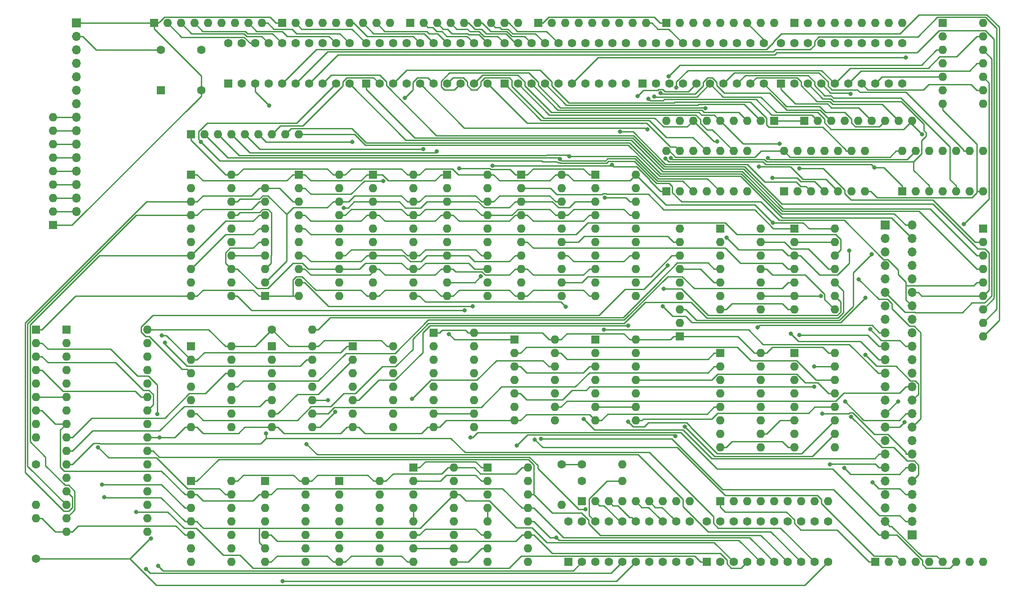
<source format=gtl>
G04 #@! TF.GenerationSoftware,KiCad,Pcbnew,(5.1.2)-2*
G04 #@! TF.CreationDate,2019-09-02T15:20:59+02:00*
G04 #@! TF.ProjectId,Controller,436f6e74-726f-46c6-9c65-722e6b696361,rev?*
G04 #@! TF.SameCoordinates,Original*
G04 #@! TF.FileFunction,Copper,L1,Top*
G04 #@! TF.FilePolarity,Positive*
%FSLAX46Y46*%
G04 Gerber Fmt 4.6, Leading zero omitted, Abs format (unit mm)*
G04 Created by KiCad (PCBNEW (5.1.2)-2) date 2019-09-02 15:20:59*
%MOMM*%
%LPD*%
G04 APERTURE LIST*
%ADD10C,1.600000*%
%ADD11R,1.600000X1.600000*%
%ADD12O,1.600000X1.600000*%
%ADD13O,1.700000X1.700000*%
%ADD14R,1.700000X1.700000*%
%ADD15C,0.800000*%
%ADD16C,0.250000*%
G04 APERTURE END LIST*
D10*
X160020000Y-36830000D03*
X182880000Y-36830000D03*
X180340000Y-36830000D03*
X172720000Y-36830000D03*
X170180000Y-36830000D03*
X167640000Y-36830000D03*
X162560000Y-36830000D03*
X165100000Y-36830000D03*
X175260000Y-36830000D03*
X177800000Y-36830000D03*
X182880000Y-44450000D03*
X175260000Y-44450000D03*
X180340000Y-44450000D03*
X172720000Y-44450000D03*
X177800000Y-44450000D03*
X170180000Y-44450000D03*
X167640000Y-44450000D03*
X165100000Y-44450000D03*
D11*
X160020000Y-44450000D03*
D10*
X162560000Y-44450000D03*
X120015000Y-127000000D03*
X142875000Y-127000000D03*
X140335000Y-127000000D03*
X132715000Y-127000000D03*
X130175000Y-127000000D03*
X127635000Y-127000000D03*
X122555000Y-127000000D03*
X125095000Y-127000000D03*
X135255000Y-127000000D03*
X137795000Y-127000000D03*
X142875000Y-134620000D03*
X135255000Y-134620000D03*
X140335000Y-134620000D03*
X132715000Y-134620000D03*
X137795000Y-134620000D03*
X130175000Y-134620000D03*
X127635000Y-134620000D03*
X125095000Y-134620000D03*
D11*
X120015000Y-134620000D03*
D10*
X122555000Y-134620000D03*
X146050000Y-126982000D03*
X168910000Y-126982000D03*
X166370000Y-126982000D03*
X158750000Y-126982000D03*
X156210000Y-126982000D03*
X153670000Y-126982000D03*
X148590000Y-126982000D03*
X151130000Y-126982000D03*
X161290000Y-126982000D03*
X163830000Y-126982000D03*
X168910000Y-134602000D03*
X161290000Y-134602000D03*
X166370000Y-134602000D03*
X158750000Y-134602000D03*
X163830000Y-134602000D03*
X156210000Y-134602000D03*
X153670000Y-134602000D03*
X151130000Y-134602000D03*
D11*
X146050000Y-134602000D03*
D10*
X148590000Y-134602000D03*
X133985000Y-36830000D03*
X156845000Y-36830000D03*
X154305000Y-36830000D03*
X146685000Y-36830000D03*
X144145000Y-36830000D03*
X141605000Y-36830000D03*
X136525000Y-36830000D03*
X139065000Y-36830000D03*
X149225000Y-36830000D03*
X151765000Y-36830000D03*
X156845000Y-44450000D03*
X149225000Y-44450000D03*
X154305000Y-44450000D03*
X146685000Y-44450000D03*
X151765000Y-44450000D03*
X144145000Y-44450000D03*
X141605000Y-44450000D03*
X139065000Y-44450000D03*
D11*
X133985000Y-44450000D03*
D10*
X136525000Y-44450000D03*
X107950000Y-36830000D03*
X130810000Y-36830000D03*
X128270000Y-36830000D03*
X120650000Y-36830000D03*
X118110000Y-36830000D03*
X115570000Y-36830000D03*
X110490000Y-36830000D03*
X113030000Y-36830000D03*
X123190000Y-36830000D03*
X125730000Y-36830000D03*
X130810000Y-44450000D03*
X123190000Y-44450000D03*
X128270000Y-44450000D03*
X120650000Y-44450000D03*
X125730000Y-44450000D03*
X118110000Y-44450000D03*
X115570000Y-44450000D03*
X113030000Y-44450000D03*
D11*
X107950000Y-44450000D03*
D10*
X110490000Y-44450000D03*
X81915000Y-36830000D03*
X104775000Y-36830000D03*
X102235000Y-36830000D03*
X94615000Y-36830000D03*
X92075000Y-36830000D03*
X89535000Y-36830000D03*
X84455000Y-36830000D03*
X86995000Y-36830000D03*
X97155000Y-36830000D03*
X99695000Y-36830000D03*
X104775000Y-44450000D03*
X97155000Y-44450000D03*
X102235000Y-44450000D03*
X94615000Y-44450000D03*
X99695000Y-44450000D03*
X92075000Y-44450000D03*
X89535000Y-44450000D03*
X86995000Y-44450000D03*
D11*
X81915000Y-44450000D03*
D10*
X84455000Y-44450000D03*
X55880000Y-36830000D03*
X78740000Y-36830000D03*
X76200000Y-36830000D03*
X68580000Y-36830000D03*
X66040000Y-36830000D03*
X63500000Y-36830000D03*
X58420000Y-36830000D03*
X60960000Y-36830000D03*
X71120000Y-36830000D03*
X73660000Y-36830000D03*
X78740000Y-44450000D03*
X71120000Y-44450000D03*
X76200000Y-44450000D03*
X68580000Y-44450000D03*
X73660000Y-44450000D03*
X66040000Y-44450000D03*
X63500000Y-44450000D03*
X60960000Y-44450000D03*
D11*
X55880000Y-44450000D03*
D10*
X58420000Y-44450000D03*
D12*
X40640000Y-103505000D03*
X40640000Y-100965000D03*
X40640000Y-95885000D03*
X40640000Y-93345000D03*
X40640000Y-90805000D03*
X40640000Y-98425000D03*
X40640000Y-126365000D03*
X40640000Y-128905000D03*
X40640000Y-123825000D03*
X40640000Y-106045000D03*
X40640000Y-111125000D03*
X40640000Y-108585000D03*
X40640000Y-113665000D03*
X40640000Y-118745000D03*
X40640000Y-116205000D03*
X40640000Y-121285000D03*
X25400000Y-126365000D03*
X25400000Y-123825000D03*
X25400000Y-128905000D03*
X25400000Y-121285000D03*
X25400000Y-118745000D03*
X25400000Y-108585000D03*
X25400000Y-116205000D03*
X25400000Y-113665000D03*
X25400000Y-111125000D03*
X25400000Y-100965000D03*
X25400000Y-106045000D03*
X25400000Y-103505000D03*
X25400000Y-98425000D03*
X25400000Y-95885000D03*
X25400000Y-93345000D03*
D11*
X25400000Y-90805000D03*
D12*
X168910000Y-123190000D03*
X166370000Y-123190000D03*
X163830000Y-123190000D03*
X161290000Y-123190000D03*
X158750000Y-123190000D03*
X156210000Y-123190000D03*
X153670000Y-123190000D03*
X151130000Y-123190000D03*
D11*
X148590000Y-123190000D03*
D12*
X142875000Y-123190000D03*
X140335000Y-123190000D03*
X137795000Y-123190000D03*
X135255000Y-123190000D03*
X132715000Y-123190000D03*
X130175000Y-123190000D03*
X127635000Y-123190000D03*
X125095000Y-123190000D03*
D11*
X122555000Y-123190000D03*
D12*
X130175000Y-119380000D03*
D10*
X122555000Y-119380000D03*
D12*
X118745000Y-123825000D03*
D10*
X118745000Y-116205000D03*
D12*
X130175000Y-116205000D03*
D10*
X122555000Y-116205000D03*
D12*
X84455000Y-119380000D03*
X76835000Y-134620000D03*
X84455000Y-121920000D03*
X76835000Y-132080000D03*
X84455000Y-124460000D03*
X76835000Y-129540000D03*
X84455000Y-127000000D03*
X76835000Y-127000000D03*
X84455000Y-129540000D03*
X76835000Y-124460000D03*
X84455000Y-132080000D03*
X76835000Y-121920000D03*
X84455000Y-134620000D03*
D11*
X76835000Y-119380000D03*
D12*
X102235000Y-91440000D03*
X94615000Y-109220000D03*
X102235000Y-93980000D03*
X94615000Y-106680000D03*
X102235000Y-96520000D03*
X94615000Y-104140000D03*
X102235000Y-99060000D03*
X94615000Y-101600000D03*
X102235000Y-101600000D03*
X94615000Y-99060000D03*
X102235000Y-104140000D03*
X94615000Y-96520000D03*
X102235000Y-106680000D03*
X94615000Y-93980000D03*
X102235000Y-109220000D03*
D11*
X94615000Y-91440000D03*
D12*
X117475000Y-92710000D03*
X109855000Y-107950000D03*
X117475000Y-95250000D03*
X109855000Y-105410000D03*
X117475000Y-97790000D03*
X109855000Y-102870000D03*
X117475000Y-100330000D03*
X109855000Y-100330000D03*
X117475000Y-102870000D03*
X109855000Y-97790000D03*
X117475000Y-105410000D03*
X109855000Y-95250000D03*
X117475000Y-107950000D03*
D11*
X109855000Y-92710000D03*
D12*
X132715000Y-92710000D03*
X125095000Y-107950000D03*
X132715000Y-95250000D03*
X125095000Y-105410000D03*
X132715000Y-97790000D03*
X125095000Y-102870000D03*
X132715000Y-100330000D03*
X125095000Y-100330000D03*
X132715000Y-102870000D03*
X125095000Y-97790000D03*
X132715000Y-105410000D03*
X125095000Y-95250000D03*
X132715000Y-107950000D03*
D11*
X125095000Y-92710000D03*
D12*
X62865000Y-64135000D03*
X62865000Y-66675000D03*
X62865000Y-69215000D03*
X62865000Y-71755000D03*
X62865000Y-74295000D03*
X62865000Y-76835000D03*
X62865000Y-79375000D03*
X62865000Y-81915000D03*
D11*
X62865000Y-84455000D03*
D12*
X198120000Y-92075000D03*
X198120000Y-89535000D03*
X198120000Y-86995000D03*
X198120000Y-84455000D03*
X198120000Y-81915000D03*
X198120000Y-79375000D03*
X198120000Y-76835000D03*
X198120000Y-74295000D03*
D11*
X198120000Y-71755000D03*
D12*
X138430000Y-51435000D03*
X140970000Y-51435000D03*
X143510000Y-51435000D03*
X146050000Y-51435000D03*
X148590000Y-51435000D03*
X151130000Y-51435000D03*
X153670000Y-51435000D03*
X156210000Y-51435000D03*
D11*
X158750000Y-51435000D03*
D12*
X198120000Y-134620000D03*
X195580000Y-134620000D03*
X193040000Y-134620000D03*
X190500000Y-134620000D03*
X187960000Y-134620000D03*
X185420000Y-134620000D03*
X182880000Y-134620000D03*
X180340000Y-134620000D03*
D11*
X177800000Y-134620000D03*
D12*
X184785000Y-51435000D03*
X182245000Y-51435000D03*
X179705000Y-51435000D03*
X177165000Y-51435000D03*
X174625000Y-51435000D03*
X172085000Y-51435000D03*
X169545000Y-51435000D03*
X167005000Y-51435000D03*
D11*
X164465000Y-51435000D03*
D12*
X69215000Y-53975000D03*
X66675000Y-53975000D03*
X64135000Y-53975000D03*
X61595000Y-53975000D03*
X59055000Y-53975000D03*
X56515000Y-53975000D03*
X53975000Y-53975000D03*
X51435000Y-53975000D03*
D11*
X48895000Y-53975000D03*
D12*
X140970000Y-71755000D03*
X140970000Y-74295000D03*
X140970000Y-76835000D03*
X140970000Y-79375000D03*
X140970000Y-81915000D03*
X140970000Y-84455000D03*
X140970000Y-86995000D03*
X140970000Y-89535000D03*
D11*
X140970000Y-92075000D03*
D12*
X22860000Y-50800000D03*
X22860000Y-53340000D03*
X22860000Y-55880000D03*
X22860000Y-58420000D03*
X22860000Y-60960000D03*
X22860000Y-63500000D03*
X22860000Y-66040000D03*
X22860000Y-68580000D03*
D11*
X22860000Y-71120000D03*
D12*
X19685000Y-111125000D03*
X19685000Y-108585000D03*
X19685000Y-106045000D03*
X19685000Y-103505000D03*
X19685000Y-100965000D03*
X19685000Y-98425000D03*
X19685000Y-95885000D03*
X19685000Y-93345000D03*
D11*
X19685000Y-90805000D03*
D12*
X71755000Y-90805000D03*
D10*
X64135000Y-90805000D03*
D12*
X19685000Y-123825000D03*
D10*
X19685000Y-116205000D03*
D12*
X19685000Y-126365000D03*
D10*
X19685000Y-133985000D03*
D12*
X198120000Y-33020000D03*
X190500000Y-48260000D03*
X198120000Y-35560000D03*
X190500000Y-45720000D03*
X198120000Y-38100000D03*
X190500000Y-43180000D03*
X198120000Y-40640000D03*
X190500000Y-40640000D03*
X198120000Y-43180000D03*
X190500000Y-38100000D03*
X198120000Y-45720000D03*
X190500000Y-35560000D03*
X198120000Y-48260000D03*
D11*
X190500000Y-33020000D03*
D10*
X50800000Y-45720000D03*
X50800000Y-38100000D03*
X43180000Y-38100000D03*
D11*
X43180000Y-45720000D03*
D12*
X160655000Y-57150000D03*
X175895000Y-64770000D03*
X163195000Y-57150000D03*
X173355000Y-64770000D03*
X165735000Y-57150000D03*
X170815000Y-64770000D03*
X168275000Y-57150000D03*
X168275000Y-64770000D03*
X170815000Y-57150000D03*
X165735000Y-64770000D03*
X173355000Y-57150000D03*
X163195000Y-64770000D03*
X175895000Y-57150000D03*
D11*
X160655000Y-64770000D03*
D12*
X138430000Y-57150000D03*
X153670000Y-64770000D03*
X140970000Y-57150000D03*
X151130000Y-64770000D03*
X143510000Y-57150000D03*
X148590000Y-64770000D03*
X146050000Y-57150000D03*
X146050000Y-64770000D03*
X148590000Y-57150000D03*
X143510000Y-64770000D03*
X151130000Y-57150000D03*
X140970000Y-64770000D03*
X153670000Y-57150000D03*
D11*
X138430000Y-64770000D03*
D12*
X170180000Y-71755000D03*
X162560000Y-86995000D03*
X170180000Y-74295000D03*
X162560000Y-84455000D03*
X170180000Y-76835000D03*
X162560000Y-81915000D03*
X170180000Y-79375000D03*
X162560000Y-79375000D03*
X170180000Y-81915000D03*
X162560000Y-76835000D03*
X170180000Y-84455000D03*
X162560000Y-74295000D03*
X170180000Y-86995000D03*
D11*
X162560000Y-71755000D03*
D12*
X182880000Y-57150000D03*
X198120000Y-64770000D03*
X185420000Y-57150000D03*
X195580000Y-64770000D03*
X187960000Y-57150000D03*
X193040000Y-64770000D03*
X190500000Y-57150000D03*
X190500000Y-64770000D03*
X193040000Y-57150000D03*
X187960000Y-64770000D03*
X195580000Y-57150000D03*
X185420000Y-64770000D03*
X198120000Y-57150000D03*
D11*
X182880000Y-64770000D03*
D12*
X56515000Y-61595000D03*
X48895000Y-84455000D03*
X56515000Y-64135000D03*
X48895000Y-81915000D03*
X56515000Y-66675000D03*
X48895000Y-79375000D03*
X56515000Y-69215000D03*
X48895000Y-76835000D03*
X56515000Y-71755000D03*
X48895000Y-74295000D03*
X56515000Y-74295000D03*
X48895000Y-71755000D03*
X56515000Y-76835000D03*
X48895000Y-69215000D03*
X56515000Y-79375000D03*
X48895000Y-66675000D03*
X56515000Y-81915000D03*
X48895000Y-64135000D03*
X56515000Y-84455000D03*
D11*
X48895000Y-61595000D03*
D12*
X76835000Y-61595000D03*
X69215000Y-84455000D03*
X76835000Y-64135000D03*
X69215000Y-81915000D03*
X76835000Y-66675000D03*
X69215000Y-79375000D03*
X76835000Y-69215000D03*
X69215000Y-76835000D03*
X76835000Y-71755000D03*
X69215000Y-74295000D03*
X76835000Y-74295000D03*
X69215000Y-71755000D03*
X76835000Y-76835000D03*
X69215000Y-69215000D03*
X76835000Y-79375000D03*
X69215000Y-66675000D03*
X76835000Y-81915000D03*
X69215000Y-64135000D03*
X76835000Y-84455000D03*
D11*
X69215000Y-61595000D03*
D12*
X90805000Y-61595000D03*
X83185000Y-84455000D03*
X90805000Y-64135000D03*
X83185000Y-81915000D03*
X90805000Y-66675000D03*
X83185000Y-79375000D03*
X90805000Y-69215000D03*
X83185000Y-76835000D03*
X90805000Y-71755000D03*
X83185000Y-74295000D03*
X90805000Y-74295000D03*
X83185000Y-71755000D03*
X90805000Y-76835000D03*
X83185000Y-69215000D03*
X90805000Y-79375000D03*
X83185000Y-66675000D03*
X90805000Y-81915000D03*
X83185000Y-64135000D03*
X90805000Y-84455000D03*
D11*
X83185000Y-61595000D03*
D12*
X104775000Y-61595000D03*
X97155000Y-84455000D03*
X104775000Y-64135000D03*
X97155000Y-81915000D03*
X104775000Y-66675000D03*
X97155000Y-79375000D03*
X104775000Y-69215000D03*
X97155000Y-76835000D03*
X104775000Y-71755000D03*
X97155000Y-74295000D03*
X104775000Y-74295000D03*
X97155000Y-71755000D03*
X104775000Y-76835000D03*
X97155000Y-69215000D03*
X104775000Y-79375000D03*
X97155000Y-66675000D03*
X104775000Y-81915000D03*
X97155000Y-64135000D03*
X104775000Y-84455000D03*
D11*
X97155000Y-61595000D03*
D12*
X118745000Y-61595000D03*
X111125000Y-84455000D03*
X118745000Y-64135000D03*
X111125000Y-81915000D03*
X118745000Y-66675000D03*
X111125000Y-79375000D03*
X118745000Y-69215000D03*
X111125000Y-76835000D03*
X118745000Y-71755000D03*
X111125000Y-74295000D03*
X118745000Y-74295000D03*
X111125000Y-71755000D03*
X118745000Y-76835000D03*
X111125000Y-69215000D03*
X118745000Y-79375000D03*
X111125000Y-66675000D03*
X118745000Y-81915000D03*
X111125000Y-64135000D03*
X118745000Y-84455000D03*
D11*
X111125000Y-61595000D03*
D12*
X132715000Y-61595000D03*
X125095000Y-84455000D03*
X132715000Y-64135000D03*
X125095000Y-81915000D03*
X132715000Y-66675000D03*
X125095000Y-79375000D03*
X132715000Y-69215000D03*
X125095000Y-76835000D03*
X132715000Y-71755000D03*
X125095000Y-74295000D03*
X132715000Y-74295000D03*
X125095000Y-71755000D03*
X132715000Y-76835000D03*
X125095000Y-69215000D03*
X132715000Y-79375000D03*
X125095000Y-66675000D03*
X132715000Y-81915000D03*
X125095000Y-64135000D03*
X132715000Y-84455000D03*
D11*
X125095000Y-61595000D03*
D12*
X170180000Y-95250000D03*
X162560000Y-113030000D03*
X170180000Y-97790000D03*
X162560000Y-110490000D03*
X170180000Y-100330000D03*
X162560000Y-107950000D03*
X170180000Y-102870000D03*
X162560000Y-105410000D03*
X170180000Y-105410000D03*
X162560000Y-102870000D03*
X170180000Y-107950000D03*
X162560000Y-100330000D03*
X170180000Y-110490000D03*
X162560000Y-97790000D03*
X170180000Y-113030000D03*
D11*
X162560000Y-95250000D03*
D12*
X86995000Y-93980000D03*
X79375000Y-109220000D03*
X86995000Y-96520000D03*
X79375000Y-106680000D03*
X86995000Y-99060000D03*
X79375000Y-104140000D03*
X86995000Y-101600000D03*
X79375000Y-101600000D03*
X86995000Y-104140000D03*
X79375000Y-99060000D03*
X86995000Y-106680000D03*
X79375000Y-96520000D03*
X86995000Y-109220000D03*
D11*
X79375000Y-93980000D03*
D12*
X156210000Y-95250000D03*
X148590000Y-113030000D03*
X156210000Y-97790000D03*
X148590000Y-110490000D03*
X156210000Y-100330000D03*
X148590000Y-107950000D03*
X156210000Y-102870000D03*
X148590000Y-105410000D03*
X156210000Y-105410000D03*
X148590000Y-102870000D03*
X156210000Y-107950000D03*
X148590000Y-100330000D03*
X156210000Y-110490000D03*
X148590000Y-97790000D03*
X156210000Y-113030000D03*
D11*
X148590000Y-95250000D03*
X104775000Y-116840000D03*
D12*
X112395000Y-134620000D03*
X104775000Y-119380000D03*
X112395000Y-132080000D03*
X104775000Y-121920000D03*
X112395000Y-129540000D03*
X104775000Y-124460000D03*
X112395000Y-127000000D03*
X104775000Y-127000000D03*
X112395000Y-124460000D03*
X104775000Y-129540000D03*
X112395000Y-121920000D03*
X104775000Y-132080000D03*
X112395000Y-119380000D03*
X104775000Y-134620000D03*
X112395000Y-116840000D03*
D11*
X90805000Y-116840000D03*
D12*
X98425000Y-134620000D03*
X90805000Y-119380000D03*
X98425000Y-132080000D03*
X90805000Y-121920000D03*
X98425000Y-129540000D03*
X90805000Y-124460000D03*
X98425000Y-127000000D03*
X90805000Y-127000000D03*
X98425000Y-124460000D03*
X90805000Y-129540000D03*
X98425000Y-121920000D03*
X90805000Y-132080000D03*
X98425000Y-119380000D03*
X90805000Y-134620000D03*
X98425000Y-116840000D03*
X70485000Y-119380000D03*
X62865000Y-134620000D03*
X70485000Y-121920000D03*
X62865000Y-132080000D03*
X70485000Y-124460000D03*
X62865000Y-129540000D03*
X70485000Y-127000000D03*
X62865000Y-127000000D03*
X70485000Y-129540000D03*
X62865000Y-124460000D03*
X70485000Y-132080000D03*
X62865000Y-121920000D03*
X70485000Y-134620000D03*
D11*
X62865000Y-119380000D03*
D12*
X56515000Y-119380000D03*
X48895000Y-134620000D03*
X56515000Y-121920000D03*
X48895000Y-132080000D03*
X56515000Y-124460000D03*
X48895000Y-129540000D03*
X56515000Y-127000000D03*
X48895000Y-127000000D03*
X56515000Y-129540000D03*
X48895000Y-124460000D03*
X56515000Y-132080000D03*
X48895000Y-121920000D03*
X56515000Y-134620000D03*
D11*
X48895000Y-119380000D03*
X148590000Y-71755000D03*
D12*
X156210000Y-86995000D03*
X148590000Y-74295000D03*
X156210000Y-84455000D03*
X148590000Y-76835000D03*
X156210000Y-81915000D03*
X148590000Y-79375000D03*
X156210000Y-79375000D03*
X148590000Y-81915000D03*
X156210000Y-76835000D03*
X148590000Y-84455000D03*
X156210000Y-74295000D03*
X148590000Y-86995000D03*
X156210000Y-71755000D03*
X71755000Y-93980000D03*
X64135000Y-109220000D03*
X71755000Y-96520000D03*
X64135000Y-106680000D03*
X71755000Y-99060000D03*
X64135000Y-104140000D03*
X71755000Y-101600000D03*
X64135000Y-101600000D03*
X71755000Y-104140000D03*
X64135000Y-99060000D03*
X71755000Y-106680000D03*
X64135000Y-96520000D03*
X71755000Y-109220000D03*
D11*
X64135000Y-93980000D03*
X48895000Y-93980000D03*
D12*
X56515000Y-109220000D03*
X48895000Y-96520000D03*
X56515000Y-106680000D03*
X48895000Y-99060000D03*
X56515000Y-104140000D03*
X48895000Y-101600000D03*
X56515000Y-101600000D03*
X48895000Y-104140000D03*
X56515000Y-99060000D03*
X48895000Y-106680000D03*
X56515000Y-96520000D03*
X48895000Y-109220000D03*
X56515000Y-93980000D03*
X182880000Y-33020000D03*
X180340000Y-33020000D03*
X177800000Y-33020000D03*
X175260000Y-33020000D03*
X172720000Y-33020000D03*
X170180000Y-33020000D03*
X167640000Y-33020000D03*
X165100000Y-33020000D03*
D11*
X162560000Y-33020000D03*
D12*
X158750000Y-33020000D03*
X156210000Y-33020000D03*
X153670000Y-33020000D03*
X151130000Y-33020000D03*
X148590000Y-33020000D03*
X146050000Y-33020000D03*
X143510000Y-33020000D03*
X140970000Y-33020000D03*
D11*
X138430000Y-33020000D03*
D12*
X134620000Y-33020000D03*
X132080000Y-33020000D03*
X129540000Y-33020000D03*
X127000000Y-33020000D03*
X124460000Y-33020000D03*
X121920000Y-33020000D03*
X119380000Y-33020000D03*
X116840000Y-33020000D03*
D11*
X114300000Y-33020000D03*
D12*
X110490000Y-33020000D03*
X107950000Y-33020000D03*
X105410000Y-33020000D03*
X102870000Y-33020000D03*
X100330000Y-33020000D03*
X97790000Y-33020000D03*
X95250000Y-33020000D03*
X92710000Y-33020000D03*
D11*
X90170000Y-33020000D03*
D12*
X86360000Y-33020000D03*
X83820000Y-33020000D03*
X81280000Y-33020000D03*
X78740000Y-33020000D03*
X76200000Y-33020000D03*
X73660000Y-33020000D03*
X71120000Y-33020000D03*
X68580000Y-33020000D03*
D11*
X66040000Y-33020000D03*
D12*
X62230000Y-33020000D03*
X59690000Y-33020000D03*
X57150000Y-33020000D03*
X54610000Y-33020000D03*
X52070000Y-33020000D03*
X49530000Y-33020000D03*
X46990000Y-33020000D03*
X44450000Y-33020000D03*
D11*
X41910000Y-33020000D03*
D13*
X184785000Y-71120000D03*
X184785000Y-73660000D03*
X184785000Y-76200000D03*
X184785000Y-78740000D03*
X184785000Y-81280000D03*
X184785000Y-83820000D03*
X184785000Y-86360000D03*
X184785000Y-88900000D03*
X184785000Y-91440000D03*
X184785000Y-93980000D03*
X184785000Y-96520000D03*
X184785000Y-99060000D03*
X184785000Y-101600000D03*
X184785000Y-104140000D03*
X184785000Y-106680000D03*
X184785000Y-109220000D03*
X184785000Y-111760000D03*
X184785000Y-114300000D03*
X184785000Y-116840000D03*
X184785000Y-119380000D03*
X184785000Y-121920000D03*
X184785000Y-124460000D03*
X184785000Y-127000000D03*
D14*
X184785000Y-129540000D03*
D13*
X179705000Y-129540000D03*
X179705000Y-127000000D03*
X179705000Y-124460000D03*
X179705000Y-121920000D03*
X179705000Y-119380000D03*
X179705000Y-116840000D03*
X179705000Y-114300000D03*
X179705000Y-111760000D03*
X179705000Y-109220000D03*
X179705000Y-106680000D03*
X179705000Y-104140000D03*
X179705000Y-101600000D03*
X179705000Y-99060000D03*
X179705000Y-96520000D03*
X179705000Y-93980000D03*
X179705000Y-91440000D03*
X179705000Y-88900000D03*
X179705000Y-86360000D03*
X179705000Y-83820000D03*
X179705000Y-81280000D03*
X179705000Y-78740000D03*
X179705000Y-76200000D03*
X179705000Y-73660000D03*
D14*
X179705000Y-71120000D03*
D13*
X27305000Y-68580000D03*
X27305000Y-66040000D03*
X27305000Y-63500000D03*
X27305000Y-60960000D03*
X27305000Y-58420000D03*
X27305000Y-55880000D03*
X27305000Y-53340000D03*
X27305000Y-50800000D03*
X27305000Y-48260000D03*
X27305000Y-45720000D03*
X27305000Y-43180000D03*
X27305000Y-40640000D03*
X27305000Y-38100000D03*
X27305000Y-35560000D03*
D14*
X27305000Y-33020000D03*
D15*
X42508100Y-106699100D03*
X123199800Y-124633400D03*
X66134700Y-138230300D03*
X40458100Y-135950900D03*
X42726700Y-135313800D03*
X63029600Y-110325400D03*
X41385200Y-130178100D03*
X70689700Y-112407200D03*
X31384000Y-112957100D03*
X117754700Y-129987600D03*
X32091300Y-120015000D03*
X32566800Y-122393900D03*
X38563600Y-125151300D03*
X50793600Y-55400700D03*
X63593200Y-48538300D03*
X159777300Y-55794000D03*
X92637900Y-56741900D03*
X155938500Y-60078100D03*
X85096800Y-62756900D03*
X145810100Y-49042100D03*
X148058500Y-55359900D03*
X175983000Y-95588900D03*
X89191400Y-47099100D03*
X134889500Y-53006000D03*
X102000700Y-86411000D03*
X163521800Y-60387000D03*
X79246900Y-55412100D03*
X120180600Y-58142800D03*
X118371700Y-58610600D03*
X114840500Y-111375200D03*
X183636600Y-39464100D03*
X101529000Y-111088400D03*
X177310500Y-119557600D03*
X95248400Y-57192200D03*
X126744100Y-90837400D03*
X167567000Y-84455000D03*
X136190800Y-46843200D03*
X186683400Y-53988000D03*
X157636700Y-58444800D03*
X133025200Y-46761100D03*
X113665300Y-111520500D03*
X122925600Y-107692100D03*
X105667000Y-59869100D03*
X128210800Y-59768800D03*
X129770100Y-53487500D03*
X103526500Y-80760300D03*
X138862100Y-43025300D03*
X135106600Y-47316800D03*
X137402100Y-46218500D03*
X177140500Y-76617900D03*
X175996800Y-84800900D03*
X137788900Y-86377700D03*
X140335000Y-45207900D03*
X177712600Y-60275300D03*
X138294600Y-58568000D03*
X173159500Y-46323300D03*
X139295000Y-58430300D03*
X172956500Y-75923000D03*
X149826400Y-73471800D03*
X43417200Y-91892200D03*
X43987300Y-93254400D03*
X158549700Y-70625900D03*
X42962100Y-111125000D03*
X158413100Y-62227900D03*
X169299400Y-116209700D03*
X183366500Y-108286500D03*
X182135100Y-104351400D03*
X161911500Y-91571200D03*
X163567200Y-91811200D03*
X155671400Y-90411100D03*
X194516200Y-70939400D03*
X176871400Y-90725800D03*
X172148900Y-104368200D03*
X174699800Y-81309000D03*
X167863200Y-106646400D03*
X171977400Y-116857400D03*
X173279100Y-107234500D03*
X138764000Y-78664400D03*
X110254500Y-112680000D03*
X140152500Y-110892800D03*
X77672800Y-67821200D03*
X126832900Y-65904200D03*
X166349800Y-101552200D03*
X166349800Y-97790000D03*
X131299100Y-108173000D03*
X141979400Y-109056700D03*
X137956100Y-83140600D03*
X74698600Y-104110100D03*
X76062200Y-106336500D03*
X131246400Y-90073800D03*
X99422700Y-60414700D03*
X119497500Y-86501000D03*
X97523900Y-91641400D03*
X100428600Y-87172100D03*
X90574700Y-103850400D03*
D16*
X130175000Y-119380000D02*
X127306600Y-119380000D01*
X127306600Y-119380000D02*
X123945600Y-122741000D01*
X123945600Y-122741000D02*
X123945600Y-125850600D01*
X123945600Y-125850600D02*
X125095000Y-127000000D01*
X27305000Y-50800000D02*
X22860000Y-50800000D01*
X123199800Y-124633400D02*
X121930600Y-124633400D01*
X121930600Y-124633400D02*
X114254600Y-116957400D01*
X114254600Y-116957400D02*
X114254600Y-116400100D01*
X114254600Y-116400100D02*
X112668500Y-114814000D01*
X112668500Y-114814000D02*
X42914300Y-114814000D01*
X42914300Y-114814000D02*
X41765300Y-113665000D01*
X19685000Y-93345000D02*
X20810300Y-93345000D01*
X20810300Y-93345000D02*
X21935600Y-94470300D01*
X21935600Y-94470300D02*
X33735800Y-94470300D01*
X33735800Y-94470300D02*
X38815900Y-99550400D01*
X38815900Y-99550400D02*
X40856500Y-99550400D01*
X40856500Y-99550400D02*
X42508100Y-101202000D01*
X42508100Y-101202000D02*
X42508100Y-106699100D01*
X40640000Y-113665000D02*
X41765300Y-113665000D01*
X139535001Y-126200001D02*
X140335000Y-127000000D01*
X137650001Y-124315001D02*
X139535001Y-126200001D01*
X136380001Y-124315001D02*
X137650001Y-124315001D01*
X135255000Y-123190000D02*
X136380001Y-124315001D01*
X27305000Y-53340000D02*
X22860000Y-53340000D01*
X27305000Y-55880000D02*
X22860000Y-55880000D01*
X132715000Y-134620000D02*
X129104700Y-138230300D01*
X129104700Y-138230300D02*
X66134700Y-138230300D01*
X27305000Y-58420000D02*
X22860000Y-58420000D01*
X40458100Y-135950900D02*
X41210300Y-136703100D01*
X41210300Y-136703100D02*
X128091900Y-136703100D01*
X128091900Y-136703100D02*
X130175000Y-134620000D01*
X27305000Y-60960000D02*
X22860000Y-60960000D01*
X129748900Y-127000000D02*
X130175000Y-127000000D01*
X126738899Y-123989999D02*
X129748900Y-127000000D01*
X125894999Y-123989999D02*
X126738899Y-123989999D01*
X125095000Y-123190000D02*
X125894999Y-123989999D01*
X131915001Y-126200001D02*
X132715000Y-127000000D01*
X131519999Y-126200001D02*
X131915001Y-126200001D01*
X129309997Y-123989999D02*
X131519999Y-126200001D01*
X128434999Y-123989999D02*
X129309997Y-123989999D01*
X127635000Y-123190000D02*
X128434999Y-123989999D01*
X136995001Y-126200001D02*
X137795000Y-127000000D01*
X135110001Y-124315001D02*
X136995001Y-126200001D01*
X133840001Y-124315001D02*
X135110001Y-124315001D01*
X132715000Y-123190000D02*
X133840001Y-124315001D01*
X27305000Y-63500000D02*
X22860000Y-63500000D01*
X27305000Y-66040000D02*
X22860000Y-66040000D01*
X122555000Y-134620000D02*
X120922300Y-136252700D01*
X120922300Y-136252700D02*
X43665600Y-136252700D01*
X43665600Y-136252700D02*
X42726700Y-135313800D01*
X27305000Y-68580000D02*
X22860000Y-68580000D01*
X63029600Y-111257500D02*
X97852100Y-111257500D01*
X97852100Y-111257500D02*
X100498600Y-113904000D01*
X100498600Y-113904000D02*
X135237800Y-113904000D01*
X135237800Y-113904000D02*
X147320000Y-125986200D01*
X147320000Y-125986200D02*
X147320000Y-127307600D01*
X147320000Y-127307600D02*
X148235800Y-128223400D01*
X148235800Y-128223400D02*
X159991400Y-128223400D01*
X159991400Y-128223400D02*
X166370000Y-134602000D01*
X63029600Y-111257500D02*
X61992500Y-112294600D01*
X61992500Y-112294600D02*
X31747300Y-112294600D01*
X31747300Y-112294600D02*
X31684500Y-112231800D01*
X31684500Y-112231800D02*
X30498500Y-112231800D01*
X30498500Y-112231800D02*
X26525300Y-116205000D01*
X63029600Y-111257500D02*
X63029600Y-110325400D01*
X25400000Y-116205000D02*
X26525300Y-116205000D01*
X37417700Y-133985000D02*
X42388400Y-138955700D01*
X42388400Y-138955700D02*
X164556300Y-138955700D01*
X164556300Y-138955700D02*
X168910000Y-134602000D01*
X41385200Y-130178100D02*
X41188200Y-130178100D01*
X41188200Y-130178100D02*
X37417700Y-133948600D01*
X37417700Y-133948600D02*
X37417700Y-133985000D01*
X19685000Y-133985000D02*
X37417700Y-133985000D01*
X163830000Y-134602000D02*
X158126900Y-128898900D01*
X158126900Y-128898900D02*
X146365600Y-128898900D01*
X146365600Y-128898900D02*
X141605000Y-124138300D01*
X141605000Y-124138300D02*
X141605000Y-122842200D01*
X141605000Y-122842200D02*
X133126400Y-114363600D01*
X133126400Y-114363600D02*
X72646100Y-114363600D01*
X72646100Y-114363600D02*
X70689700Y-112407200D01*
X25400000Y-113665000D02*
X26525300Y-113665000D01*
X64135000Y-104140000D02*
X63009700Y-104140000D01*
X63009700Y-104140000D02*
X61884400Y-105265300D01*
X61884400Y-105265300D02*
X47590900Y-105265300D01*
X47590900Y-105265300D02*
X43001200Y-109855000D01*
X43001200Y-109855000D02*
X30335300Y-109855000D01*
X30335300Y-109855000D02*
X26525300Y-113665000D01*
X113520300Y-121920000D02*
X116959100Y-125358800D01*
X116959100Y-125358800D02*
X122506900Y-125358800D01*
X122506900Y-125358800D02*
X123825000Y-126676900D01*
X123825000Y-126676900D02*
X123825000Y-127401200D01*
X123825000Y-127401200D02*
X125998100Y-129574300D01*
X125998100Y-129574300D02*
X156262300Y-129574300D01*
X156262300Y-129574300D02*
X161290000Y-134602000D01*
X48895000Y-119380000D02*
X50020300Y-119380000D01*
X50020300Y-119380000D02*
X54135900Y-115264400D01*
X54135900Y-115264400D02*
X112482000Y-115264400D01*
X112482000Y-115264400D02*
X113520300Y-116302700D01*
X113520300Y-116302700D02*
X113520300Y-121920000D01*
X112395000Y-121920000D02*
X113520300Y-121920000D01*
X25400000Y-111125000D02*
X26525300Y-111125000D01*
X56515000Y-99060000D02*
X55389700Y-99060000D01*
X55389700Y-99060000D02*
X51579700Y-102870000D01*
X51579700Y-102870000D02*
X48559500Y-102870000D01*
X48559500Y-102870000D02*
X43970000Y-107459500D01*
X43970000Y-107459500D02*
X30190800Y-107459500D01*
X30190800Y-107459500D02*
X26525300Y-111125000D01*
X113520300Y-124460000D02*
X119084900Y-130024600D01*
X119084900Y-130024600D02*
X154172600Y-130024600D01*
X154172600Y-130024600D02*
X158750000Y-134602000D01*
X62865000Y-121920000D02*
X63990300Y-121920000D01*
X112395000Y-124460000D02*
X111269700Y-124460000D01*
X111269700Y-124460000D02*
X107604400Y-120794700D01*
X107604400Y-120794700D02*
X65115600Y-120794700D01*
X65115600Y-120794700D02*
X63990300Y-121920000D01*
X112676400Y-124460000D02*
X112395000Y-124460000D01*
X48895000Y-121920000D02*
X50020300Y-121920000D01*
X62865000Y-121920000D02*
X61739700Y-121920000D01*
X61739700Y-121920000D02*
X60614400Y-123045300D01*
X60614400Y-123045300D02*
X51145600Y-123045300D01*
X51145600Y-123045300D02*
X50020300Y-121920000D01*
X19685000Y-106045000D02*
X20810300Y-106045000D01*
X20810300Y-106045000D02*
X23350300Y-108585000D01*
X23350300Y-108585000D02*
X25400000Y-108585000D01*
X112676400Y-124460000D02*
X113520300Y-124460000D01*
X47769700Y-121920000D02*
X48895000Y-121920000D01*
X43324700Y-117475000D02*
X47769700Y-121920000D01*
X25007800Y-117475000D02*
X43324700Y-117475000D01*
X24274700Y-116741900D02*
X25007800Y-117475000D01*
X24274700Y-109710300D02*
X24274700Y-116741900D01*
X25400000Y-108585000D02*
X24274700Y-109710300D01*
X117754700Y-129987600D02*
X118242000Y-130474900D01*
X118242000Y-130474900D02*
X152082900Y-130474900D01*
X152082900Y-130474900D02*
X156210000Y-134602000D01*
X56515000Y-121920000D02*
X55389700Y-121920000D01*
X55389700Y-121920000D02*
X54264400Y-120794700D01*
X54264400Y-120794700D02*
X48245900Y-120794700D01*
X48245900Y-120794700D02*
X42386200Y-114935000D01*
X42386200Y-114935000D02*
X33361900Y-114935000D01*
X33361900Y-114935000D02*
X31384000Y-112957100D01*
X117754700Y-129987600D02*
X116507900Y-129987600D01*
X116507900Y-129987600D02*
X113520300Y-127000000D01*
X112395000Y-127000000D02*
X113520300Y-127000000D01*
X113520300Y-129540000D02*
X116974400Y-132994100D01*
X116974400Y-132994100D02*
X148640700Y-132994100D01*
X148640700Y-132994100D02*
X149860000Y-134213400D01*
X149860000Y-134213400D02*
X149860000Y-134947000D01*
X149860000Y-134947000D02*
X150657500Y-135744500D01*
X150657500Y-135744500D02*
X152527500Y-135744500D01*
X152527500Y-135744500D02*
X153670000Y-134602000D01*
X62865000Y-129540000D02*
X63990300Y-129540000D01*
X112395000Y-129540000D02*
X111269700Y-129540000D01*
X111269700Y-129540000D02*
X110144400Y-130665300D01*
X110144400Y-130665300D02*
X65115600Y-130665300D01*
X65115600Y-130665300D02*
X63990300Y-129540000D01*
X112957700Y-129540000D02*
X112395000Y-129540000D01*
X47769700Y-124460000D02*
X43324700Y-120015000D01*
X43324700Y-120015000D02*
X32091300Y-120015000D01*
X48895000Y-124460000D02*
X47769700Y-124460000D01*
X112957700Y-129540000D02*
X113520300Y-129540000D01*
X24268630Y-103505000D02*
X19685000Y-103505000D01*
X25400000Y-103505000D02*
X24268630Y-103505000D01*
X98425000Y-121920000D02*
X99550300Y-121920000D01*
X99550300Y-121920000D02*
X100675600Y-123045300D01*
X100675600Y-123045300D02*
X105110800Y-123045300D01*
X105110800Y-123045300D02*
X110190900Y-128125400D01*
X110190900Y-128125400D02*
X113150400Y-128125400D01*
X113150400Y-128125400D02*
X115950300Y-130925300D01*
X115950300Y-130925300D02*
X147453300Y-130925300D01*
X147453300Y-130925300D02*
X151130000Y-134602000D01*
X47769700Y-127000000D02*
X43203400Y-122433700D01*
X43203400Y-122433700D02*
X32606600Y-122433700D01*
X32606600Y-122433700D02*
X32566800Y-122393900D01*
X48895000Y-127000000D02*
X50020300Y-127000000D01*
X48895000Y-127000000D02*
X47769700Y-127000000D01*
X51290300Y-128270000D02*
X50791150Y-127770850D01*
X50791150Y-127770850D02*
X50020300Y-127000000D01*
X51145600Y-128125300D02*
X50791150Y-127770850D01*
X63246000Y-128270000D02*
X62503300Y-128270000D01*
X61739700Y-128287700D02*
X61722000Y-128270000D01*
X61739700Y-130954700D02*
X61739700Y-128287700D01*
X62865000Y-132080000D02*
X61739700Y-130954700D01*
X63246000Y-128270000D02*
X61722000Y-128270000D01*
X61722000Y-128270000D02*
X51290300Y-128270000D01*
X92075000Y-128270000D02*
X90932000Y-128270000D01*
X98425000Y-121920000D02*
X92075000Y-128270000D01*
X90932000Y-128270000D02*
X63246000Y-128270000D01*
X40640000Y-103505000D02*
X39514700Y-103505000D01*
X19685000Y-98425000D02*
X20810300Y-98425000D01*
X20810300Y-98425000D02*
X24765000Y-102379700D01*
X24765000Y-102379700D02*
X38389400Y-102379700D01*
X38389400Y-102379700D02*
X39514700Y-103505000D01*
X144924700Y-134602000D02*
X143799400Y-133476700D01*
X143799400Y-133476700D02*
X111101300Y-133476700D01*
X111101300Y-133476700D02*
X108803600Y-135774400D01*
X108803600Y-135774400D02*
X60577900Y-135774400D01*
X60577900Y-135774400D02*
X58153500Y-133350000D01*
X58153500Y-133350000D02*
X55016700Y-133350000D01*
X55016700Y-133350000D02*
X49936700Y-128270000D01*
X49936700Y-128270000D02*
X47629700Y-128270000D01*
X47629700Y-128270000D02*
X44511000Y-125151300D01*
X44511000Y-125151300D02*
X38563600Y-125151300D01*
X146050000Y-134602000D02*
X144924700Y-134602000D01*
X21935600Y-97010300D02*
X20810300Y-95885000D01*
X20810300Y-95885000D02*
X19685000Y-95885000D01*
X40640000Y-106045000D02*
X41765300Y-104919700D01*
X41765300Y-104919700D02*
X41765300Y-103030600D01*
X41765300Y-103030600D02*
X40969700Y-102235000D01*
X40969700Y-102235000D02*
X39879400Y-102235000D01*
X39879400Y-102235000D02*
X34654700Y-97010300D01*
X34654700Y-97010300D02*
X21935600Y-97010300D01*
X60060900Y-36830000D02*
X60960000Y-36830000D01*
X58886200Y-35655300D02*
X60060900Y-36830000D01*
X47085300Y-35655300D02*
X58886200Y-35655300D01*
X44450000Y-33020000D02*
X47085300Y-35655300D01*
X62166300Y-35496300D02*
X63500000Y-36830000D01*
X59364100Y-35496300D02*
X62166300Y-35496300D01*
X58913900Y-35046100D02*
X59364100Y-35496300D01*
X49016100Y-35046100D02*
X58913900Y-35046100D01*
X46990000Y-33020000D02*
X49016100Y-35046100D01*
X76200000Y-44450000D02*
X68810000Y-51840000D01*
X68810000Y-51840000D02*
X51955700Y-51840000D01*
X51955700Y-51840000D02*
X50301800Y-53493900D01*
X50301800Y-53493900D02*
X50301800Y-54908900D01*
X50301800Y-54908900D02*
X50793600Y-55400700D01*
X196411300Y-82498400D02*
X196994700Y-81915000D01*
X198120000Y-81915000D02*
X196994700Y-81915000D01*
X180198300Y-77564600D02*
X182150400Y-79516700D01*
X179386100Y-77564600D02*
X180198300Y-77564600D01*
X171997000Y-70175500D02*
X179386100Y-77564600D01*
X156270400Y-66717800D02*
X159728100Y-70175500D01*
X118071300Y-59335900D02*
X118429600Y-59335900D01*
X117844200Y-59108800D02*
X118071300Y-59335900D01*
X139014500Y-63230200D02*
X139555400Y-63771100D01*
X115100400Y-59108800D02*
X117844200Y-59108800D01*
X114923100Y-58931500D02*
X115100400Y-59108800D01*
X54324400Y-58931500D02*
X114923100Y-58931500D01*
X50793600Y-55400700D02*
X54324400Y-58931500D01*
X118429600Y-59335900D02*
X118475500Y-59381800D01*
X136610600Y-63230200D02*
X139014500Y-63230200D01*
X118475500Y-59381800D02*
X127194400Y-59381800D01*
X127532800Y-59043400D02*
X132423800Y-59043400D01*
X132423800Y-59043400D02*
X136610600Y-63230200D01*
X141312000Y-66717800D02*
X156270400Y-66717800D01*
X127194400Y-59381800D02*
X127532800Y-59043400D01*
X139555400Y-63771100D02*
X139555400Y-64961200D01*
X159728100Y-70175500D02*
X171997000Y-70175500D01*
X139555400Y-64961200D02*
X141312000Y-66717800D01*
X184785000Y-86360000D02*
X183605800Y-85180800D01*
X183605800Y-81841034D02*
X183597383Y-81832617D01*
X182150400Y-80385700D02*
X183597383Y-81832617D01*
X183605800Y-84364200D02*
X183605800Y-83336600D01*
X183605800Y-85180800D02*
X183605800Y-84364200D01*
X183621200Y-82498400D02*
X183605800Y-82513800D01*
X185217600Y-82498400D02*
X183621200Y-82498400D01*
X183605800Y-82513800D02*
X183605800Y-81841034D01*
X183605800Y-84364200D02*
X183605800Y-82513800D01*
X185217600Y-82498400D02*
X196411300Y-82498400D01*
X184444000Y-82498400D02*
X185217600Y-82498400D01*
X182150400Y-79516700D02*
X182150400Y-80385700D01*
X78740000Y-44450000D02*
X89403400Y-55113400D01*
X89403400Y-55113400D02*
X131901800Y-55113400D01*
X131901800Y-55113400D02*
X137767100Y-60978700D01*
X137767100Y-60978700D02*
X152809200Y-60978700D01*
X152809200Y-60978700D02*
X160302600Y-68472100D01*
X160302600Y-68472100D02*
X186091800Y-68472100D01*
X186091800Y-68472100D02*
X196994700Y-79375000D01*
X198120000Y-79375000D02*
X196994700Y-79375000D01*
X62230000Y-33020000D02*
X63355300Y-33020000D01*
X63355300Y-33020000D02*
X64480600Y-34145300D01*
X64480600Y-34145300D02*
X67907200Y-34145300D01*
X67907200Y-34145300D02*
X68752800Y-34990900D01*
X68752800Y-34990900D02*
X76900900Y-34990900D01*
X76900900Y-34990900D02*
X78740000Y-36830000D01*
X74866200Y-35496200D02*
X76200000Y-36830000D01*
X67020900Y-35496200D02*
X74866200Y-35496200D01*
X66120300Y-34595600D02*
X67020900Y-35496200D01*
X61265600Y-34595600D02*
X66120300Y-34595600D01*
X59690000Y-33020000D02*
X61265600Y-34595600D01*
X185960300Y-83820000D02*
X186595300Y-84455000D01*
X186595300Y-84455000D02*
X198120000Y-84455000D01*
X184785000Y-83820000D02*
X185960300Y-83820000D01*
X75274300Y-42835700D02*
X73660000Y-44450000D01*
X85725000Y-44100300D02*
X84460400Y-42835700D01*
X85725000Y-44774700D02*
X85725000Y-44100300D01*
X95163100Y-54212800D02*
X85725000Y-44774700D01*
X132275000Y-54212800D02*
X95163100Y-54212800D01*
X138140300Y-60078100D02*
X132275000Y-54212800D01*
X160225300Y-67121000D02*
X153182400Y-60078100D01*
X199255400Y-83319600D02*
X199255400Y-76320100D01*
X199255400Y-76320100D02*
X198500300Y-75565000D01*
X153182400Y-60078100D02*
X138140300Y-60078100D01*
X198120000Y-84455000D02*
X199255400Y-83319600D01*
X198500300Y-75565000D02*
X197152400Y-75565000D01*
X84460400Y-42835700D02*
X75274300Y-42835700D01*
X197152400Y-75565000D02*
X188708400Y-67121000D01*
X188708400Y-67121000D02*
X160225300Y-67121000D01*
X71120000Y-44450000D02*
X76569300Y-39000700D01*
X76569300Y-39000700D02*
X158890400Y-39000700D01*
X158890400Y-39000700D02*
X159340700Y-38550400D01*
X159340700Y-38550400D02*
X185731100Y-38550400D01*
X185731100Y-38550400D02*
X189867200Y-34414300D01*
X189867200Y-34414300D02*
X198590900Y-34414300D01*
X198590900Y-34414300D02*
X200216900Y-36040300D01*
X200216900Y-36040300D02*
X200216900Y-84898100D01*
X200216900Y-84898100D02*
X198120000Y-86995000D01*
X74624300Y-38405700D02*
X68580000Y-44450000D01*
X158623600Y-38405700D02*
X74624300Y-38405700D01*
X159074000Y-37955300D02*
X158623600Y-38405700D01*
X165586300Y-37955300D02*
X159074000Y-37955300D01*
X167214200Y-35609400D02*
X166370000Y-36453600D01*
X198120000Y-89535000D02*
X200721100Y-86933900D01*
X166370000Y-36453600D02*
X166370000Y-37171600D01*
X200721100Y-86933900D02*
X200721100Y-33995900D01*
X200721100Y-33995900D02*
X198619900Y-31894700D01*
X198619900Y-31894700D02*
X189565200Y-31894700D01*
X166370000Y-37171600D02*
X165586300Y-37955300D01*
X189565200Y-31894700D02*
X185850500Y-35609400D01*
X185850500Y-35609400D02*
X167214200Y-35609400D01*
X72534700Y-37955300D02*
X66040000Y-44450000D01*
X158672500Y-36452800D02*
X158672500Y-36594100D01*
X198120000Y-92075000D02*
X201171400Y-89023600D01*
X201171400Y-89023600D02*
X201171400Y-33774300D01*
X160110900Y-35014400D02*
X158672500Y-36452800D01*
X201171400Y-33774300D02*
X198823900Y-31426800D01*
X157311300Y-37955300D02*
X72534700Y-37955300D01*
X158672500Y-36594100D02*
X157311300Y-37955300D01*
X198823900Y-31426800D02*
X186083000Y-31426800D01*
X186083000Y-31426800D02*
X182495400Y-35014400D01*
X182495400Y-35014400D02*
X160110900Y-35014400D01*
X64255900Y-35045900D02*
X66040000Y-36830000D01*
X59550600Y-35045900D02*
X64255900Y-35045900D01*
X59100400Y-34595700D02*
X59550600Y-35045900D01*
X51105700Y-34595700D02*
X59100400Y-34595700D01*
X49530000Y-33020000D02*
X51105700Y-34595700D01*
X70340300Y-53975000D02*
X69215000Y-53975000D01*
X79713300Y-53975000D02*
X70340300Y-53975000D01*
X81754900Y-56016600D02*
X79713300Y-53975000D01*
X184785000Y-73660000D02*
X180850100Y-69725100D01*
X160281800Y-69725100D02*
X152436000Y-61879300D01*
X152436000Y-61879300D02*
X137170500Y-61879300D01*
X137170500Y-61879300D02*
X131307800Y-56016600D01*
X180850100Y-69725100D02*
X160281800Y-69725100D01*
X131307800Y-56016600D02*
X81754900Y-56016600D01*
X63593200Y-48538300D02*
X60960000Y-45905100D01*
X60960000Y-45905100D02*
X60960000Y-44450000D01*
X79224900Y-52849700D02*
X81941500Y-55566300D01*
X81941500Y-55566300D02*
X131494500Y-55566300D01*
X131494500Y-55566300D02*
X137357200Y-61429000D01*
X137357200Y-61429000D02*
X152622600Y-61429000D01*
X152622600Y-61429000D02*
X160116000Y-68922400D01*
X160116000Y-68922400D02*
X181412100Y-68922400D01*
X181412100Y-68922400D02*
X183609700Y-71120000D01*
X184785000Y-71120000D02*
X183609700Y-71120000D01*
X69578001Y-52849999D02*
X69578300Y-52849700D01*
X67800001Y-52849999D02*
X69578001Y-52849999D01*
X66675000Y-53975000D02*
X67800001Y-52849999D01*
X69578300Y-52849700D02*
X79224900Y-52849700D01*
X79230400Y-34145400D02*
X81915000Y-36830000D01*
X69705400Y-34145400D02*
X79230400Y-34145400D01*
X68580000Y-33020000D02*
X69705400Y-34145400D01*
X103870100Y-42814900D02*
X102235000Y-44450000D01*
X110472800Y-42814900D02*
X103870100Y-42814900D01*
X148590000Y-51435000D02*
X147464700Y-50309700D01*
X111760000Y-44102100D02*
X110472800Y-42814900D01*
X147464700Y-50309700D02*
X145096500Y-50309700D01*
X145096500Y-50309700D02*
X144636900Y-49850100D01*
X144636900Y-49850100D02*
X116772200Y-49850100D01*
X116772200Y-49850100D02*
X111760000Y-44837900D01*
X111760000Y-44837900D02*
X111760000Y-44102100D01*
X152949000Y-55794000D02*
X155616000Y-55794000D01*
X148590000Y-51435000D02*
X152949000Y-55794000D01*
X155616000Y-55794000D02*
X159777300Y-55794000D01*
X61821900Y-56741900D02*
X63146100Y-56741900D01*
X59055000Y-53975000D02*
X61821900Y-56741900D01*
X63146100Y-56741900D02*
X92637900Y-56741900D01*
X112186500Y-51861500D02*
X104775000Y-44450000D01*
X134773000Y-51861500D02*
X112186500Y-51861500D01*
X139261501Y-56350001D02*
X134773000Y-51861500D01*
X140170001Y-56350001D02*
X139261501Y-56350001D01*
X140970000Y-57150000D02*
X140170001Y-56350001D01*
X103161000Y-35216000D02*
X104775000Y-36830000D01*
X95250000Y-33020000D02*
X96375590Y-34145590D01*
X96375590Y-34145590D02*
X97278790Y-34145590D01*
X97278790Y-34145590D02*
X98112700Y-34979500D01*
X98112700Y-34979500D02*
X101021400Y-34979500D01*
X101021400Y-34979500D02*
X101257900Y-35216000D01*
X101257900Y-35216000D02*
X103161000Y-35216000D01*
X95214700Y-34595600D02*
X96200700Y-34595600D01*
X96200700Y-34595600D02*
X97101300Y-35496200D01*
X97101300Y-35496200D02*
X100901200Y-35496200D01*
X100901200Y-35496200D02*
X102235000Y-36830000D01*
X94439099Y-33819999D02*
X95214700Y-34595600D01*
X93509999Y-33819999D02*
X94439099Y-33819999D01*
X92710000Y-33020000D02*
X93509999Y-33819999D01*
X145810100Y-49042100D02*
X145717500Y-48949500D01*
X145717500Y-48949500D02*
X118476300Y-48949500D01*
X118476300Y-48949500D02*
X114300000Y-44773200D01*
X114300000Y-44773200D02*
X114300000Y-44115100D01*
X114300000Y-44115100D02*
X112549400Y-42364500D01*
X112549400Y-42364500D02*
X97614500Y-42364500D01*
X97614500Y-42364500D02*
X96015800Y-43963200D01*
X96015800Y-43963200D02*
X96015800Y-44977100D01*
X96015800Y-44977100D02*
X96663200Y-45624500D01*
X96663200Y-45624500D02*
X98520500Y-45624500D01*
X98520500Y-45624500D02*
X99695000Y-44450000D01*
X69215000Y-64135000D02*
X70340300Y-64135000D01*
X70340300Y-64135000D02*
X71473600Y-65268300D01*
X71473600Y-65268300D02*
X79048700Y-65268300D01*
X79048700Y-65268300D02*
X81560100Y-62756900D01*
X81560100Y-62756900D02*
X85096800Y-62756900D01*
X161801700Y-60078100D02*
X155938500Y-60078100D01*
X164176700Y-62453100D02*
X161801700Y-60078100D01*
X168498100Y-62453100D02*
X164176700Y-62453100D01*
X170815000Y-64770000D02*
X168498100Y-62453100D01*
X143510000Y-51435000D02*
X147434900Y-55359900D01*
X147434900Y-55359900D02*
X148058500Y-55359900D01*
X170180000Y-79375000D02*
X169054700Y-79375000D01*
X156210000Y-74295000D02*
X160759800Y-74295000D01*
X160759800Y-74295000D02*
X162029800Y-75565000D01*
X162029800Y-75565000D02*
X165244700Y-75565000D01*
X165244700Y-75565000D02*
X169054700Y-79375000D01*
X109364600Y-44923400D02*
X109364600Y-43800600D01*
X115339200Y-50898000D02*
X109364600Y-44923400D01*
X136301500Y-50898000D02*
X115339200Y-50898000D01*
X137963800Y-52560300D02*
X136301500Y-50898000D01*
X109364600Y-43800600D02*
X108882300Y-43318300D01*
X142384700Y-52560300D02*
X137963800Y-52560300D01*
X101762800Y-45575400D02*
X100965000Y-44777600D01*
X108882300Y-43318300D02*
X104254800Y-43318300D01*
X100965000Y-44081300D02*
X100196500Y-43312800D01*
X104254800Y-43318300D02*
X103505000Y-44068100D01*
X143510000Y-51435000D02*
X142384700Y-52560300D01*
X102711200Y-45575400D02*
X101762800Y-45575400D01*
X98292200Y-43312800D02*
X97155000Y-44450000D01*
X103505000Y-44068100D02*
X103505000Y-44781600D01*
X103505000Y-44781600D02*
X102711200Y-45575400D01*
X100196500Y-43312800D02*
X98292200Y-43312800D01*
X100965000Y-44777600D02*
X100965000Y-44081300D01*
X185965000Y-101052200D02*
X185337400Y-100424600D01*
X185337400Y-100424600D02*
X184441000Y-100424600D01*
X184441000Y-100424600D02*
X181722200Y-97705800D01*
X181722200Y-97705800D02*
X178099900Y-97705800D01*
X178099900Y-97705800D02*
X175983000Y-95588900D01*
X94615000Y-44450000D02*
X93489600Y-43324600D01*
X93489600Y-43324600D02*
X91569600Y-43324600D01*
X91569600Y-43324600D02*
X90715100Y-44179100D01*
X90715100Y-44179100D02*
X90715100Y-45575400D01*
X90715100Y-45575400D02*
X89191400Y-47099100D01*
X185960001Y-101821999D02*
X185965000Y-101817000D01*
X185960001Y-102964999D02*
X185960001Y-101821999D01*
X184785000Y-104140000D02*
X185960001Y-102964999D01*
X185965000Y-101817000D02*
X185965000Y-101052200D01*
X92075000Y-44450000D02*
X100387100Y-52762100D01*
X100387100Y-52762100D02*
X134645600Y-52762100D01*
X134645600Y-52762100D02*
X134889500Y-53006000D01*
X70340300Y-81915000D02*
X74836300Y-86411000D01*
X74836300Y-86411000D02*
X102000700Y-86411000D01*
X69215000Y-81915000D02*
X70340300Y-81915000D01*
X117475000Y-105410000D02*
X118600300Y-105410000D01*
X184785000Y-101600000D02*
X183609700Y-101600000D01*
X183609700Y-101600000D02*
X182434400Y-102775300D01*
X182434400Y-102775300D02*
X171910000Y-102775300D01*
X171910000Y-102775300D02*
X170400600Y-104284700D01*
X170400600Y-104284700D02*
X119725600Y-104284700D01*
X119725600Y-104284700D02*
X118600300Y-105410000D01*
X90741400Y-35496400D02*
X92075000Y-36830000D01*
X82060800Y-35496400D02*
X90741400Y-35496400D01*
X79584400Y-33020000D02*
X82060800Y-35496400D01*
X78740000Y-33020000D02*
X79584400Y-33020000D01*
X92831000Y-35046000D02*
X94615000Y-36830000D01*
X83306000Y-35046000D02*
X92831000Y-35046000D01*
X81280000Y-33020000D02*
X83306000Y-35046000D01*
X95370900Y-35045900D02*
X97155000Y-36830000D01*
X93802700Y-35045900D02*
X95370900Y-35045900D01*
X93352400Y-34595600D02*
X93802700Y-35045900D01*
X85395600Y-34595600D02*
X93352400Y-34595600D01*
X83820000Y-33020000D02*
X85395600Y-34595600D01*
X198120000Y-74295000D02*
X196596100Y-74295000D01*
X196596100Y-74295000D02*
X188646900Y-66345800D01*
X188646900Y-66345800D02*
X173300800Y-66345800D01*
X173300800Y-66345800D02*
X172085000Y-65130000D01*
X172085000Y-65130000D02*
X172085000Y-64435500D01*
X172085000Y-64435500D02*
X168036500Y-60387000D01*
X168036500Y-60387000D02*
X163521800Y-60387000D01*
X172229700Y-57150000D02*
X172229700Y-56868700D01*
X172229700Y-56868700D02*
X167940700Y-52579700D01*
X167940700Y-52579700D02*
X157767000Y-52579700D01*
X157767000Y-52579700D02*
X157354100Y-52166800D01*
X157354100Y-52166800D02*
X157354100Y-50928000D01*
X157354100Y-50928000D02*
X154288100Y-47862000D01*
X154288100Y-47862000D02*
X140057300Y-47862000D01*
X140057300Y-47862000D02*
X139870400Y-48048900D01*
X139870400Y-48048900D02*
X120065800Y-48048900D01*
X120065800Y-48048900D02*
X116840000Y-44823100D01*
X116840000Y-44823100D02*
X116840000Y-44042600D01*
X116840000Y-44042600D02*
X114693500Y-41896100D01*
X114693500Y-41896100D02*
X89548900Y-41896100D01*
X89548900Y-41896100D02*
X86995000Y-44450000D01*
X173355000Y-57150000D02*
X172229700Y-57150000D01*
X63032100Y-55412100D02*
X64048100Y-55412100D01*
X61595000Y-53975000D02*
X63032100Y-55412100D01*
X79246900Y-55412100D02*
X64048100Y-55412100D01*
X83291100Y-43286100D02*
X84455000Y-44450000D01*
X65765100Y-52344900D02*
X69953100Y-52344900D01*
X69953100Y-52344900D02*
X77470000Y-44828000D01*
X77470000Y-44828000D02*
X77470000Y-44080500D01*
X64135000Y-53975000D02*
X65765100Y-52344900D01*
X77470000Y-44080500D02*
X78264400Y-43286100D01*
X78264400Y-43286100D02*
X83291100Y-43286100D01*
X196994700Y-76835000D02*
X198120000Y-76835000D01*
X160489100Y-68021700D02*
X188181400Y-68021700D01*
X188181400Y-68021700D02*
X196994700Y-76835000D01*
X81915000Y-44450000D02*
X81915000Y-45500000D01*
X81915000Y-45500000D02*
X91078100Y-54663100D01*
X91078100Y-54663100D02*
X132088400Y-54663100D01*
X132088400Y-54663100D02*
X137953700Y-60528400D01*
X137953700Y-60528400D02*
X152995800Y-60528400D01*
X152995800Y-60528400D02*
X160489100Y-68021700D01*
X106616300Y-35496300D02*
X107950000Y-36830000D01*
X97790000Y-33020000D02*
X98915400Y-34145400D01*
X98915400Y-34145400D02*
X100983000Y-34145400D01*
X100983000Y-34145400D02*
X101433200Y-34595600D01*
X101433200Y-34595600D02*
X103177500Y-34595600D01*
X103177500Y-34595600D02*
X104078200Y-35496300D01*
X104078200Y-35496300D02*
X106616300Y-35496300D01*
X110024400Y-36830000D02*
X110490000Y-36830000D01*
X100330000Y-33020000D02*
X101237200Y-33020000D01*
X101237200Y-33020000D02*
X102362500Y-34145300D01*
X102362500Y-34145300D02*
X103642200Y-34145300D01*
X103642200Y-34145300D02*
X104542800Y-35045900D01*
X104542800Y-35045900D02*
X108240300Y-35045900D01*
X108240300Y-35045900D02*
X110024400Y-36830000D01*
X111696200Y-35496200D02*
X113030000Y-36830000D01*
X109327500Y-35496200D02*
X111696200Y-35496200D01*
X108426900Y-34595600D02*
X109327500Y-35496200D01*
X105339700Y-34595600D02*
X108426900Y-34595600D01*
X103764100Y-33020000D02*
X105339700Y-34595600D01*
X102870000Y-33020000D02*
X103764100Y-33020000D01*
X113785900Y-35045900D02*
X115570000Y-36830000D01*
X105410000Y-33020000D02*
X106209999Y-33819999D01*
X106209999Y-33819999D02*
X107055599Y-33819999D01*
X107055599Y-33819999D02*
X107380900Y-34145300D01*
X107380900Y-34145300D02*
X108613500Y-34145300D01*
X108613500Y-34145300D02*
X109514100Y-35045900D01*
X109514100Y-35045900D02*
X113785900Y-35045900D01*
X119923100Y-57885300D02*
X120180600Y-58142800D01*
X115967800Y-57885300D02*
X119923100Y-57885300D01*
X115935500Y-57917600D02*
X115967800Y-57885300D01*
X57917600Y-57917600D02*
X115935500Y-57917600D01*
X53975000Y-53975000D02*
X57917600Y-57917600D01*
X120236900Y-58086500D02*
X120180600Y-58142800D01*
X132740800Y-58086500D02*
X120236900Y-58086500D01*
X136983900Y-62329600D02*
X132740800Y-58086500D01*
X146149600Y-62329600D02*
X136983900Y-62329600D01*
X148590000Y-64770000D02*
X146149600Y-62329600D01*
X118129000Y-58367900D02*
X118371700Y-58610600D01*
X55827900Y-58367900D02*
X118129000Y-58367900D01*
X51435000Y-53975000D02*
X55827900Y-58367900D01*
X118692600Y-58931500D02*
X118371700Y-58610600D01*
X143510000Y-64770000D02*
X141519900Y-62779900D01*
X141519900Y-62779900D02*
X136797200Y-62779900D01*
X136797200Y-62779900D02*
X132554400Y-58537100D01*
X132554400Y-58537100D02*
X127402200Y-58537100D01*
X127402200Y-58537100D02*
X127007800Y-58931500D01*
X127007800Y-58931500D02*
X118692600Y-58931500D01*
X189374700Y-133494700D02*
X190500000Y-134620000D01*
X186567000Y-133494700D02*
X189374700Y-133494700D01*
X180922299Y-127849999D02*
X186567000Y-133494700D01*
X180554999Y-127849999D02*
X180922299Y-127849999D01*
X179705000Y-127000000D02*
X180554999Y-127849999D01*
X178529700Y-129540000D02*
X169955300Y-120965600D01*
X169955300Y-120965600D02*
X149083200Y-120965600D01*
X149083200Y-120965600D02*
X139492800Y-111375200D01*
X139492800Y-111375200D02*
X114840500Y-111375200D01*
X179705000Y-129540000D02*
X178529700Y-129540000D01*
X187413300Y-135745300D02*
X186690000Y-135022000D01*
X186690000Y-135022000D02*
X186690000Y-134298400D01*
X186690000Y-134298400D02*
X181931600Y-129540000D01*
X181931600Y-129540000D02*
X179705000Y-129540000D01*
X189593599Y-135745001D02*
X189593300Y-135745300D01*
X191914999Y-135745001D02*
X189593599Y-135745001D01*
X193040000Y-134620000D02*
X191914999Y-135745001D01*
X189593300Y-135745300D02*
X187413300Y-135745300D01*
X183636600Y-39464100D02*
X125635900Y-39464100D01*
X125635900Y-39464100D02*
X120650000Y-44450000D01*
X184785000Y-127000000D02*
X183609700Y-127000000D01*
X183609700Y-127000000D02*
X182434400Y-125824700D01*
X182434400Y-125824700D02*
X178624300Y-125824700D01*
X178624300Y-125824700D02*
X169826000Y-117026400D01*
X169826000Y-117026400D02*
X148038500Y-117026400D01*
X148038500Y-117026400D02*
X141165600Y-110153500D01*
X141165600Y-110153500D02*
X102939600Y-110153500D01*
X102939600Y-110153500D02*
X102004700Y-111088400D01*
X102004700Y-111088400D02*
X101529000Y-111088400D01*
X115875600Y-34595600D02*
X118110000Y-36830000D01*
X110400598Y-34595600D02*
X115875600Y-34595600D01*
X108824998Y-33020000D02*
X110400598Y-34595600D01*
X107950000Y-33020000D02*
X108824998Y-33020000D01*
X119619200Y-48499200D02*
X115570000Y-44450000D01*
X144390800Y-48499200D02*
X119619200Y-48499200D01*
X144577700Y-48312300D02*
X144390800Y-48499200D01*
X153087300Y-48312300D02*
X144577700Y-48312300D01*
X156210000Y-51435000D02*
X153087300Y-48312300D01*
X184785000Y-121920000D02*
X183609700Y-121920000D01*
X183609700Y-121920000D02*
X182434400Y-120744700D01*
X182434400Y-120744700D02*
X178497600Y-120744700D01*
X178497600Y-120744700D02*
X177310500Y-119557600D01*
X117979800Y-49399800D02*
X113030000Y-44450000D01*
X145141700Y-49399800D02*
X117979800Y-49399800D01*
X145592100Y-49850200D02*
X145141700Y-49399800D01*
X152085200Y-49850200D02*
X145592100Y-49850200D01*
X153670000Y-51435000D02*
X152085200Y-49850200D01*
X146175300Y-53153700D02*
X144924700Y-51903100D01*
X144924700Y-51903100D02*
X144924700Y-51213900D01*
X144924700Y-51213900D02*
X144013700Y-50302900D01*
X144013700Y-50302900D02*
X116342900Y-50302900D01*
X116342900Y-50302900D02*
X110490000Y-44450000D01*
X147133700Y-53153700D02*
X146175300Y-53153700D01*
X151130000Y-57150000D02*
X147133700Y-53153700D01*
X107950000Y-44450000D02*
X114848400Y-51348400D01*
X114848400Y-51348400D02*
X135214700Y-51348400D01*
X94973300Y-57467300D02*
X95248400Y-57192200D01*
X60007300Y-57467300D02*
X94973300Y-57467300D01*
X56515000Y-53975000D02*
X60007300Y-57467300D01*
X143486850Y-54586850D02*
X138453150Y-54586850D01*
X146050000Y-57150000D02*
X143486850Y-54586850D01*
X135214700Y-51348400D02*
X138453150Y-54586850D01*
X134620000Y-33020000D02*
X135745300Y-33020000D01*
X135745300Y-33020000D02*
X136870600Y-34145300D01*
X136870600Y-34145300D02*
X138920300Y-34145300D01*
X138920300Y-34145300D02*
X141605000Y-36830000D01*
X126744100Y-90837400D02*
X153931900Y-90837400D01*
X153931900Y-90837400D02*
X156666200Y-93571700D01*
X156666200Y-93571700D02*
X172940100Y-93571700D01*
X172940100Y-93571700D02*
X178428400Y-99060000D01*
X178428400Y-99060000D02*
X178529700Y-99060000D01*
X179705000Y-99060000D02*
X178529700Y-99060000D01*
X155453200Y-43301800D02*
X154305000Y-44450000D01*
X163082200Y-43301800D02*
X155453200Y-43301800D01*
X182245000Y-51435000D02*
X179092600Y-48282600D01*
X169819300Y-48282600D02*
X169330400Y-47793700D01*
X169330400Y-47793700D02*
X166849000Y-47793700D01*
X163830000Y-44049600D02*
X163082200Y-43301800D01*
X166849000Y-47793700D02*
X163830000Y-44774700D01*
X179092600Y-48282600D02*
X169819300Y-48282600D01*
X163830000Y-44774700D02*
X163830000Y-44049600D01*
X162560000Y-84455000D02*
X167567000Y-84455000D01*
X161997400Y-84455000D02*
X162560000Y-84455000D01*
X161997400Y-84455000D02*
X161434700Y-84455000D01*
X157335300Y-84455000D02*
X161434700Y-84455000D01*
X156210000Y-84455000D02*
X157335300Y-84455000D01*
X161089300Y-48694300D02*
X156845000Y-44450000D01*
X167341600Y-48694300D02*
X161089300Y-48694300D01*
X179705000Y-51435000D02*
X178579600Y-52560400D01*
X178579600Y-52560400D02*
X174081400Y-52560400D01*
X174081400Y-52560400D02*
X173355000Y-51834000D01*
X173355000Y-51834000D02*
X173355000Y-51107400D01*
X173355000Y-51107400D02*
X172067700Y-49820100D01*
X168467400Y-49820100D02*
X167341600Y-48694300D01*
X172067700Y-49820100D02*
X168467400Y-49820100D01*
X156845000Y-36195000D02*
X156845000Y-36830000D01*
X153670000Y-33020000D02*
X156845000Y-36195000D01*
X151765000Y-44450000D02*
X153368100Y-42846900D01*
X153368100Y-42846900D02*
X165108800Y-42846900D01*
X165108800Y-42846900D02*
X166370000Y-44108100D01*
X166370000Y-44108100D02*
X166370000Y-44771400D01*
X166370000Y-44771400D02*
X168266600Y-46668000D01*
X168266600Y-46668000D02*
X169478600Y-46668000D01*
X169478600Y-46668000D02*
X169928900Y-47118300D01*
X169928900Y-47118300D02*
X182703000Y-47118300D01*
X182703000Y-47118300D02*
X191914700Y-56330000D01*
X191914700Y-56330000D02*
X191914700Y-62519400D01*
X191914700Y-62519400D02*
X193040000Y-63644700D01*
X139844700Y-76835000D02*
X139515400Y-76835000D01*
X139515400Y-76835000D02*
X135560800Y-80789600D01*
X135560800Y-80789600D02*
X123685100Y-80789600D01*
X123685100Y-80789600D02*
X122559700Y-81915000D01*
X122559700Y-81915000D02*
X118745000Y-81915000D01*
X140970000Y-76835000D02*
X139844700Y-76835000D01*
X193040000Y-64770000D02*
X193040000Y-63644700D01*
X140970000Y-74295000D02*
X139844700Y-74295000D01*
X118745000Y-74295000D02*
X121854700Y-74295000D01*
X121854700Y-74295000D02*
X122980000Y-73169700D01*
X122980000Y-73169700D02*
X138719400Y-73169700D01*
X138719400Y-73169700D02*
X139844700Y-74295000D01*
X149225000Y-44450000D02*
X151278900Y-42396100D01*
X151278900Y-42396100D02*
X167202700Y-42396100D01*
X167202700Y-42396100D02*
X168910000Y-44103400D01*
X168910000Y-44103400D02*
X168910000Y-44838200D01*
X168910000Y-44838200D02*
X169647200Y-45575400D01*
X169647200Y-45575400D02*
X174478800Y-45575400D01*
X174478800Y-45575400D02*
X174948500Y-46045100D01*
X174948500Y-46045100D02*
X183631100Y-46045100D01*
X183631100Y-46045100D02*
X194454700Y-56868700D01*
X194454700Y-56868700D02*
X194454700Y-57150000D01*
X195580000Y-57150000D02*
X194454700Y-57150000D01*
X136190800Y-46843200D02*
X136291400Y-46943800D01*
X136291400Y-46943800D02*
X144191200Y-46943800D01*
X144191200Y-46943800D02*
X146685000Y-44450000D01*
X146685000Y-44450000D02*
X149161400Y-46926400D01*
X149161400Y-46926400D02*
X156264800Y-46926400D01*
X156264800Y-46926400D02*
X159185800Y-49847400D01*
X159185800Y-49847400D02*
X167017300Y-49847400D01*
X167017300Y-49847400D02*
X168275000Y-51105100D01*
X168275000Y-51105100D02*
X168275000Y-51797000D01*
X168275000Y-51797000D02*
X169496500Y-53018500D01*
X169496500Y-53018500D02*
X183201500Y-53018500D01*
X183201500Y-53018500D02*
X184457700Y-51762300D01*
X184457700Y-51762300D02*
X186683400Y-53988000D01*
X184785000Y-51435000D02*
X184457700Y-51762300D01*
X144145000Y-44450000D02*
X142661700Y-45933300D01*
X142661700Y-45933300D02*
X138210800Y-45933300D01*
X138210800Y-45933300D02*
X137770300Y-45492800D01*
X137770300Y-45492800D02*
X137073800Y-45492800D01*
X137073800Y-45492800D02*
X136896300Y-45670300D01*
X136896300Y-45670300D02*
X134116000Y-45670300D01*
X134116000Y-45670300D02*
X133025200Y-46761100D01*
X157919100Y-58727200D02*
X157636700Y-58444800D01*
X183842800Y-58727200D02*
X157919100Y-58727200D01*
X185420000Y-57150000D02*
X183842800Y-58727200D01*
X115148600Y-113003800D02*
X113665300Y-111520500D01*
X149545300Y-122064600D02*
X140484500Y-113003800D01*
X181754700Y-133494700D02*
X177574100Y-133494700D01*
X177574100Y-133494700D02*
X167640000Y-123560600D01*
X140484500Y-113003800D02*
X115148600Y-113003800D01*
X167640000Y-123560600D02*
X167640000Y-122812500D01*
X167640000Y-122812500D02*
X166892100Y-122064600D01*
X182880000Y-134620000D02*
X181754700Y-133494700D01*
X166892100Y-122064600D02*
X149545300Y-122064600D01*
X179705000Y-114300000D02*
X178529700Y-114300000D01*
X122925600Y-107692100D02*
X124936600Y-109703100D01*
X124936600Y-109703100D02*
X141600100Y-109703100D01*
X141600100Y-109703100D02*
X146991400Y-115094400D01*
X146991400Y-115094400D02*
X177735300Y-115094400D01*
X177735300Y-115094400D02*
X178529700Y-114300000D01*
X128210800Y-59768800D02*
X128552000Y-60110000D01*
X128552000Y-60110000D02*
X132853500Y-60110000D01*
X105667000Y-59869100D02*
X128110500Y-59869100D01*
X128110500Y-59869100D02*
X128210800Y-59768800D01*
X135304750Y-62694750D02*
X135304750Y-62561250D01*
X137380000Y-64770000D02*
X135304750Y-62694750D01*
X138430000Y-64770000D02*
X137380000Y-64770000D01*
X132853500Y-60110000D02*
X135304750Y-62561250D01*
X129770100Y-53487500D02*
X132186600Y-53487500D01*
X132186600Y-53487500D02*
X138326900Y-59627800D01*
X138326900Y-59627800D02*
X153687400Y-59627800D01*
X153687400Y-59627800D02*
X157024400Y-62964800D01*
X157024400Y-62964800D02*
X162981400Y-62964800D01*
X97155000Y-81915000D02*
X102371800Y-81915000D01*
X102371800Y-81915000D02*
X103526500Y-80760300D01*
X164748700Y-63783700D02*
X163800300Y-63783700D01*
X165735000Y-64770000D02*
X164748700Y-63783700D01*
X162981400Y-62964800D02*
X163800300Y-63783700D01*
X190500000Y-38100000D02*
X189374700Y-38100000D01*
X138862100Y-43025300D02*
X140987200Y-40900200D01*
X140987200Y-40900200D02*
X186574500Y-40900200D01*
X186574500Y-40900200D02*
X189374700Y-38100000D01*
X135388400Y-47598600D02*
X135106600Y-47316800D01*
X167005000Y-51435000D02*
X165879700Y-50309700D01*
X158261900Y-50309700D02*
X155363900Y-47411700D01*
X155363900Y-47411700D02*
X138062800Y-47411700D01*
X138062800Y-47411700D02*
X137875900Y-47598600D01*
X165879700Y-50309700D02*
X158261900Y-50309700D01*
X137875900Y-47598600D02*
X135388400Y-47598600D01*
X169545000Y-51435000D02*
X169445400Y-51435000D01*
X169445400Y-51435000D02*
X167407400Y-49397000D01*
X167407400Y-49397000D02*
X161155100Y-49397000D01*
X161155100Y-49397000D02*
X157943100Y-46185000D01*
X157943100Y-46185000D02*
X149366800Y-46185000D01*
X149366800Y-46185000D02*
X147955000Y-44773200D01*
X147955000Y-44773200D02*
X147955000Y-44128200D01*
X147955000Y-44128200D02*
X147124200Y-43297400D01*
X147124200Y-43297400D02*
X146237400Y-43297400D01*
X146237400Y-43297400D02*
X145415000Y-44119800D01*
X145415000Y-44119800D02*
X145415000Y-44842300D01*
X145415000Y-44842300D02*
X143873600Y-46383700D01*
X143873600Y-46383700D02*
X137567300Y-46383700D01*
X137567300Y-46383700D02*
X137402100Y-46218500D01*
X190500000Y-43180000D02*
X179070000Y-43180000D01*
X179070000Y-43180000D02*
X177800000Y-44450000D01*
X140970000Y-86995000D02*
X142095300Y-86995000D01*
X142095300Y-86995000D02*
X144132700Y-89032400D01*
X144132700Y-89032400D02*
X171039800Y-89032400D01*
X171039800Y-89032400D02*
X173681900Y-86390300D01*
X173681900Y-86390300D02*
X173681900Y-80076500D01*
X173681900Y-80076500D02*
X177140500Y-76617900D01*
X198120000Y-45720000D02*
X196994700Y-45720000D01*
X175260000Y-44450000D02*
X176404700Y-45594700D01*
X176404700Y-45594700D02*
X186936200Y-45594700D01*
X186936200Y-45594700D02*
X187936200Y-44594700D01*
X187936200Y-44594700D02*
X195869400Y-44594700D01*
X195869400Y-44594700D02*
X196994700Y-45720000D01*
X137788900Y-86377700D02*
X139676200Y-88265000D01*
X139676200Y-88265000D02*
X142095400Y-88265000D01*
X142095400Y-88265000D02*
X143313200Y-89482800D01*
X143313200Y-89482800D02*
X171314900Y-89482800D01*
X171314900Y-89482800D02*
X175996800Y-84800900D01*
X198120000Y-40640000D02*
X196994700Y-40640000D01*
X172720000Y-44450000D02*
X175115400Y-42054600D01*
X175115400Y-42054600D02*
X195580100Y-42054600D01*
X195580100Y-42054600D02*
X196994700Y-40640000D01*
X140335000Y-45207900D02*
X140335000Y-44111600D01*
X140335000Y-44111600D02*
X142500900Y-41945700D01*
X142500900Y-41945700D02*
X167675700Y-41945700D01*
X167675700Y-41945700D02*
X170180000Y-44450000D01*
X170180000Y-44450000D02*
X173094300Y-41535700D01*
X173094300Y-41535700D02*
X187804100Y-41535700D01*
X187804100Y-41535700D02*
X189969800Y-39370000D01*
X189969800Y-39370000D02*
X193184700Y-39370000D01*
X193184700Y-39370000D02*
X196994700Y-35560000D01*
X198120000Y-35560000D02*
X196994700Y-35560000D01*
X138294600Y-58568000D02*
X138904100Y-59177500D01*
X138904100Y-59177500D02*
X156704900Y-59177500D01*
X156704900Y-59177500D02*
X157155200Y-59627800D01*
X157155200Y-59627800D02*
X177065100Y-59627800D01*
X177065100Y-59627800D02*
X177712600Y-60275300D01*
X173159500Y-46323300D02*
X173053900Y-46217700D01*
X173053900Y-46217700D02*
X169407700Y-46217700D01*
X169407700Y-46217700D02*
X167640000Y-44450000D01*
X178278285Y-60275300D02*
X177712600Y-60275300D01*
X179435300Y-60275300D02*
X178278285Y-60275300D01*
X182880000Y-63720000D02*
X179435300Y-60275300D01*
X182880000Y-64770000D02*
X182880000Y-63720000D01*
X185026100Y-59177500D02*
X185026100Y-60710800D01*
X185026100Y-60710800D02*
X187960000Y-63644700D01*
X165100000Y-44450000D02*
X167958300Y-47308300D01*
X167958300Y-47308300D02*
X169482000Y-47308300D01*
X169482000Y-47308300D02*
X169967300Y-47793600D01*
X169967300Y-47793600D02*
X182735500Y-47793600D01*
X182735500Y-47793600D02*
X186958300Y-52016400D01*
X186958300Y-52016400D02*
X186958300Y-53237200D01*
X186958300Y-53237200D02*
X186958400Y-53237200D01*
X186958400Y-53237200D02*
X187408700Y-53687500D01*
X187408700Y-53687500D02*
X187408700Y-54288500D01*
X187408700Y-54288500D02*
X186577400Y-55119800D01*
X186577400Y-55119800D02*
X186577400Y-57626200D01*
X186577400Y-57626200D02*
X185026100Y-59177500D01*
X139295000Y-58430300D02*
X139591800Y-58727100D01*
X139591800Y-58727100D02*
X156891400Y-58727100D01*
X156891400Y-58727100D02*
X157341800Y-59177500D01*
X157341800Y-59177500D02*
X185026100Y-59177500D01*
X187960000Y-64770000D02*
X187960000Y-63644700D01*
X162560000Y-76835000D02*
X163685300Y-76835000D01*
X163685300Y-76835000D02*
X167350700Y-80500400D01*
X167350700Y-80500400D02*
X170693800Y-80500400D01*
X170693800Y-80500400D02*
X172956500Y-78237700D01*
X172956500Y-78237700D02*
X172956500Y-75923000D01*
X161997400Y-76835000D02*
X162560000Y-76835000D01*
X149826400Y-73471800D02*
X152064300Y-75709700D01*
X152064300Y-75709700D02*
X160309400Y-75709700D01*
X160309400Y-75709700D02*
X161434700Y-76835000D01*
X140970000Y-79375000D02*
X144924700Y-79375000D01*
X144924700Y-79375000D02*
X147464700Y-81915000D01*
X161997400Y-76835000D02*
X161434700Y-76835000D01*
X148590000Y-81915000D02*
X147464700Y-81915000D01*
X170180000Y-86995000D02*
X168292300Y-85107300D01*
X168292300Y-85107300D02*
X168292300Y-84154500D01*
X168292300Y-84154500D02*
X164638100Y-80500300D01*
X164638100Y-80500300D02*
X158460600Y-80500300D01*
X158460600Y-80500300D02*
X157335300Y-79375000D01*
X156210000Y-79375000D02*
X157335300Y-79375000D01*
X174715300Y-48985300D02*
X177165000Y-51435000D01*
X169566800Y-48985300D02*
X174715300Y-48985300D01*
X168825500Y-48244000D02*
X169566800Y-48985300D01*
X162764000Y-48244000D02*
X168825500Y-48244000D01*
X160020000Y-45500000D02*
X162764000Y-48244000D01*
X160020000Y-44450000D02*
X160020000Y-45500000D01*
X79375000Y-93980000D02*
X78249700Y-93980000D01*
X48895000Y-96520000D02*
X50020300Y-96520000D01*
X50020300Y-96520000D02*
X51435000Y-95105300D01*
X51435000Y-95105300D02*
X77124400Y-95105300D01*
X77124400Y-95105300D02*
X78249700Y-93980000D01*
X44267200Y-91892200D02*
X43417200Y-91892200D01*
X48895000Y-96520000D02*
X44267200Y-91892200D01*
X104775000Y-119380000D02*
X103649700Y-119380000D01*
X90805000Y-119380000D02*
X95889700Y-119380000D01*
X95889700Y-119380000D02*
X97015000Y-118254700D01*
X97015000Y-118254700D02*
X102524400Y-118254700D01*
X102524400Y-118254700D02*
X103649700Y-119380000D01*
X71755000Y-96520000D02*
X70629700Y-96520000D01*
X43987300Y-93254400D02*
X43987300Y-93477700D01*
X43987300Y-93477700D02*
X48154900Y-97645300D01*
X48154900Y-97645300D02*
X69504400Y-97645300D01*
X69504400Y-97645300D02*
X70629700Y-96520000D01*
X156210000Y-95250000D02*
X157335300Y-95250000D01*
X170180000Y-95250000D02*
X169054700Y-95250000D01*
X169054700Y-95250000D02*
X167929400Y-94124700D01*
X167929400Y-94124700D02*
X158460600Y-94124700D01*
X158460600Y-94124700D02*
X157335300Y-95250000D01*
X159529700Y-57150000D02*
X156302500Y-57150000D01*
X156302500Y-57150000D02*
X155175800Y-58276700D01*
X155175800Y-58276700D02*
X140167200Y-58276700D01*
X140167200Y-58276700D02*
X139040500Y-57150000D01*
X139040500Y-57150000D02*
X138430000Y-57150000D01*
X118745000Y-61595000D02*
X117619700Y-61595000D01*
X104775000Y-61595000D02*
X105900300Y-61595000D01*
X105900300Y-61595000D02*
X107025600Y-62720300D01*
X107025600Y-62720300D02*
X116494400Y-62720300D01*
X116494400Y-62720300D02*
X117619700Y-61595000D01*
X91930300Y-61595000D02*
X93055700Y-60469600D01*
X93055700Y-60469600D02*
X98169000Y-60469600D01*
X98169000Y-60469600D02*
X99294400Y-61595000D01*
X99294400Y-61595000D02*
X104775000Y-61595000D01*
X158549700Y-70625900D02*
X164246000Y-70625900D01*
X164246000Y-70625900D02*
X165375100Y-71755000D01*
X165375100Y-71755000D02*
X169054700Y-71755000D01*
X160655000Y-57150000D02*
X159529700Y-57150000D01*
X155178200Y-67254400D02*
X158549700Y-70625900D01*
X170180000Y-71755000D02*
X169054700Y-71755000D01*
X119870300Y-61595000D02*
X120995700Y-62720400D01*
X71755000Y-93980000D02*
X72880300Y-93980000D01*
X86995000Y-93980000D02*
X85869700Y-93980000D01*
X85869700Y-93980000D02*
X84744400Y-92854700D01*
X84744400Y-92854700D02*
X74005600Y-92854700D01*
X74005600Y-92854700D02*
X72880300Y-93980000D01*
X112395000Y-116840000D02*
X111269700Y-116840000D01*
X111269700Y-116840000D02*
X110144300Y-117965400D01*
X110144300Y-117965400D02*
X103443600Y-117965400D01*
X103443600Y-117965400D02*
X102318200Y-116840000D01*
X102318200Y-116840000D02*
X98425000Y-116840000D01*
X85580300Y-119380000D02*
X86970900Y-117989400D01*
X86970900Y-117989400D02*
X96150300Y-117989400D01*
X96150300Y-117989400D02*
X97299700Y-116840000D01*
X56515000Y-119380000D02*
X57640300Y-119380000D01*
X70485000Y-119380000D02*
X69359700Y-119380000D01*
X69359700Y-119380000D02*
X68234400Y-118254700D01*
X68234400Y-118254700D02*
X58765600Y-118254700D01*
X58765600Y-118254700D02*
X57640300Y-119380000D01*
X71047700Y-119380000D02*
X70485000Y-119380000D01*
X71047700Y-119380000D02*
X71610300Y-119380000D01*
X118745000Y-61595000D02*
X119870300Y-61595000D01*
X84455000Y-119380000D02*
X85580300Y-119380000D01*
X98425000Y-116840000D02*
X97299700Y-116840000D01*
X76835000Y-61595000D02*
X75709700Y-61595000D01*
X56515000Y-61595000D02*
X57640300Y-61595000D01*
X57640300Y-61595000D02*
X58765600Y-60469700D01*
X58765600Y-60469700D02*
X74584400Y-60469700D01*
X74584400Y-60469700D02*
X75709700Y-61595000D01*
X48895000Y-55100300D02*
X55389700Y-61595000D01*
X55389700Y-61595000D02*
X56515000Y-61595000D01*
X104775000Y-132080000D02*
X103649700Y-132080000D01*
X103649700Y-132080000D02*
X101109700Y-134620000D01*
X101109700Y-134620000D02*
X98425000Y-134620000D01*
X156210000Y-110490000D02*
X157335300Y-110490000D01*
X157335300Y-110490000D02*
X159875300Y-107950000D01*
X159875300Y-107950000D02*
X162560000Y-107950000D01*
X48895000Y-53975000D02*
X48895000Y-55100300D01*
X142095300Y-92075000D02*
X151909700Y-92075000D01*
X151909700Y-92075000D02*
X155084700Y-95250000D01*
X101109700Y-91440000D02*
X100585800Y-90916100D01*
X100585800Y-90916100D02*
X96264200Y-90916100D01*
X96264200Y-90916100D02*
X95740300Y-91440000D01*
X118600300Y-92710000D02*
X119725600Y-91584700D01*
X119725600Y-91584700D02*
X130464400Y-91584700D01*
X130464400Y-91584700D02*
X131589700Y-92710000D01*
X64135000Y-90805000D02*
X67310000Y-93980000D01*
X67310000Y-93980000D02*
X70629700Y-93980000D01*
X64135000Y-90805000D02*
X60960000Y-93980000D01*
X60960000Y-93980000D02*
X57640300Y-93980000D01*
X56515000Y-93980000D02*
X57640300Y-93980000D01*
X56515000Y-93980000D02*
X55389700Y-93980000D01*
X55389700Y-93980000D02*
X52214700Y-90805000D01*
X52214700Y-90805000D02*
X40640000Y-90805000D01*
X90805000Y-61595000D02*
X89679700Y-61595000D01*
X76835000Y-61595000D02*
X77960300Y-61595000D01*
X77960300Y-61595000D02*
X79085600Y-60469700D01*
X79085600Y-60469700D02*
X88554400Y-60469700D01*
X88554400Y-60469700D02*
X89679700Y-61595000D01*
X27305000Y-35560000D02*
X28480300Y-35560000D01*
X28480300Y-35560000D02*
X31020300Y-38100000D01*
X31020300Y-38100000D02*
X43180000Y-38100000D01*
X132715000Y-92710000D02*
X133840300Y-92710000D01*
X133840300Y-92710000D02*
X139209700Y-92710000D01*
X139209700Y-92710000D02*
X139844700Y-92075000D01*
X90805000Y-61595000D02*
X91930300Y-61595000D01*
X140970000Y-92075000D02*
X142095300Y-92075000D01*
X94615000Y-106680000D02*
X102235000Y-106680000D01*
X84455000Y-119380000D02*
X83329700Y-119380000D01*
X83329700Y-119380000D02*
X82204400Y-118254700D01*
X82204400Y-118254700D02*
X72735600Y-118254700D01*
X72735600Y-118254700D02*
X71610300Y-119380000D01*
X102235000Y-91440000D02*
X101109700Y-91440000D01*
X94615000Y-91440000D02*
X95740300Y-91440000D01*
X102235000Y-91440000D02*
X115079700Y-91440000D01*
X115079700Y-91440000D02*
X116349700Y-92710000D01*
X117475000Y-92710000D02*
X116349700Y-92710000D01*
X132715000Y-92710000D02*
X131589700Y-92710000D01*
X117475000Y-92710000D02*
X118600300Y-92710000D01*
X140970000Y-92075000D02*
X139844700Y-92075000D01*
X71755000Y-93980000D02*
X70629700Y-93980000D01*
X156210000Y-95250000D02*
X155084700Y-95250000D01*
X181754700Y-57150000D02*
X182880000Y-57150000D01*
X180629400Y-58275300D02*
X181754700Y-57150000D01*
X161780300Y-58275300D02*
X180629400Y-58275300D01*
X160655000Y-57150000D02*
X161780300Y-58275300D01*
X131915001Y-62394999D02*
X131589600Y-62720400D01*
X132715000Y-61595000D02*
X131915001Y-62394999D01*
X120995700Y-62720400D02*
X131589600Y-62720400D01*
X133514999Y-62394999D02*
X138374400Y-67254400D01*
X132715000Y-61595000D02*
X133514999Y-62394999D01*
X138374400Y-67254400D02*
X155178200Y-67254400D01*
X104775000Y-129540000D02*
X103649700Y-129540000D01*
X90805000Y-129540000D02*
X91930300Y-129540000D01*
X91930300Y-129540000D02*
X93055600Y-128414700D01*
X93055600Y-128414700D02*
X102524400Y-128414700D01*
X102524400Y-128414700D02*
X103649700Y-129540000D01*
X68070800Y-84455000D02*
X69215000Y-84455000D01*
X62865000Y-84455000D02*
X68070800Y-84455000D01*
X68070800Y-84455000D02*
X68070800Y-81446700D01*
X68070800Y-81446700D02*
X68735700Y-80781800D01*
X68735700Y-80781800D02*
X69844000Y-80781800D01*
X69844000Y-80781800D02*
X72391900Y-83329700D01*
X72391900Y-83329700D02*
X80934400Y-83329700D01*
X80934400Y-83329700D02*
X82059700Y-84455000D01*
X83185000Y-84455000D02*
X82059700Y-84455000D01*
X95740300Y-109220000D02*
X97010300Y-107950000D01*
X97010300Y-107950000D02*
X109855000Y-107950000D01*
X162560000Y-113030000D02*
X161434700Y-113030000D01*
X148590000Y-113030000D02*
X149715300Y-113030000D01*
X149715300Y-113030000D02*
X150840600Y-111904700D01*
X150840600Y-111904700D02*
X160309400Y-111904700D01*
X160309400Y-111904700D02*
X161434700Y-113030000D01*
X175895000Y-64770000D02*
X177020300Y-64770000D01*
X177020300Y-64770000D02*
X178145700Y-65895400D01*
X178145700Y-65895400D02*
X196055100Y-65895400D01*
X196055100Y-65895400D02*
X196994700Y-64955800D01*
X196994700Y-64955800D02*
X196994700Y-64770000D01*
X190500000Y-48260000D02*
X190500000Y-49385300D01*
X196994700Y-64770000D02*
X196994700Y-55880000D01*
X196994700Y-55880000D02*
X190500000Y-49385300D01*
X197107300Y-64770000D02*
X196994700Y-64770000D01*
X198120000Y-64770000D02*
X197107300Y-64770000D01*
X177800000Y-134620000D02*
X176674700Y-134620000D01*
X162560000Y-126654400D02*
X162560000Y-127309500D01*
X162560000Y-127309500D02*
X163820300Y-128569800D01*
X163820300Y-128569800D02*
X170624500Y-128569800D01*
X170624500Y-128569800D02*
X176674700Y-134620000D01*
X94615000Y-109220000D02*
X95740300Y-109220000D01*
X94052400Y-109220000D02*
X94615000Y-109220000D01*
X94052400Y-109220000D02*
X93489700Y-109220000D01*
X79375000Y-109220000D02*
X80500300Y-109220000D01*
X93489700Y-109220000D02*
X92364400Y-110345300D01*
X92364400Y-110345300D02*
X81625600Y-110345300D01*
X81625600Y-110345300D02*
X80500300Y-109220000D01*
X64135000Y-109220000D02*
X65260300Y-109220000D01*
X79375000Y-109220000D02*
X78249700Y-109220000D01*
X78249700Y-109220000D02*
X77124400Y-110345300D01*
X77124400Y-110345300D02*
X66385600Y-110345300D01*
X66385600Y-110345300D02*
X65260300Y-109220000D01*
X48895000Y-109220000D02*
X50020300Y-109220000D01*
X64135000Y-109220000D02*
X58991600Y-109220000D01*
X58991600Y-109220000D02*
X57866300Y-110345300D01*
X57866300Y-110345300D02*
X51145600Y-110345300D01*
X51145600Y-110345300D02*
X50020300Y-109220000D01*
X50800000Y-45720000D02*
X50800000Y-46752200D01*
X50800000Y-46752200D02*
X26432200Y-71120000D01*
X26432200Y-71120000D02*
X22860000Y-71120000D01*
X19685000Y-90805000D02*
X20810300Y-90805000D01*
X20810300Y-90805000D02*
X27160300Y-84455000D01*
X27160300Y-84455000D02*
X48895000Y-84455000D01*
X26525300Y-128905000D02*
X27650600Y-127779700D01*
X27650600Y-127779700D02*
X46009400Y-127779700D01*
X46009400Y-127779700D02*
X47769700Y-129540000D01*
X42962100Y-111125000D02*
X40640000Y-111125000D01*
X47769700Y-109220000D02*
X45864700Y-111125000D01*
X45864700Y-111125000D02*
X42962100Y-111125000D01*
X164465000Y-51435000D02*
X158750000Y-51435000D01*
X162560000Y-86995000D02*
X161434700Y-86995000D01*
X148590000Y-86995000D02*
X149715300Y-86995000D01*
X149715300Y-86995000D02*
X150840600Y-85869700D01*
X150840600Y-85869700D02*
X160309400Y-85869700D01*
X160309400Y-85869700D02*
X161434700Y-86995000D01*
X76835000Y-134620000D02*
X75709700Y-134620000D01*
X62865000Y-134620000D02*
X63990300Y-134620000D01*
X63990300Y-134620000D02*
X65115600Y-133494700D01*
X65115600Y-133494700D02*
X74584400Y-133494700D01*
X74584400Y-133494700D02*
X75709700Y-134620000D01*
X90805000Y-127000000D02*
X90805000Y-124460000D01*
X27305000Y-33020000D02*
X41910000Y-33020000D01*
X25400000Y-128905000D02*
X26525300Y-128905000D01*
X48895000Y-129540000D02*
X47769700Y-129540000D01*
X97155000Y-84455000D02*
X96029700Y-84455000D01*
X83185000Y-84455000D02*
X84310300Y-84455000D01*
X84310300Y-84455000D02*
X85435600Y-83329700D01*
X85435600Y-83329700D02*
X94904400Y-83329700D01*
X94904400Y-83329700D02*
X96029700Y-84455000D01*
X148590000Y-105410000D02*
X147464700Y-105410000D01*
X19685000Y-126365000D02*
X20810300Y-126365000D01*
X25400000Y-128905000D02*
X23350300Y-128905000D01*
X23350300Y-128905000D02*
X20810300Y-126365000D01*
X76835000Y-134620000D02*
X77960300Y-134620000D01*
X90805000Y-134620000D02*
X89679700Y-134620000D01*
X89679700Y-134620000D02*
X88554400Y-133494700D01*
X88554400Y-133494700D02*
X79085600Y-133494700D01*
X79085600Y-133494700D02*
X77960300Y-134620000D01*
X62865000Y-84455000D02*
X61739700Y-84455000D01*
X48895000Y-84455000D02*
X50020300Y-84455000D01*
X50020300Y-84455000D02*
X51145600Y-83329700D01*
X51145600Y-83329700D02*
X60614400Y-83329700D01*
X60614400Y-83329700D02*
X61739700Y-84455000D01*
X41910000Y-33020000D02*
X42472700Y-33020000D01*
X111125000Y-84455000D02*
X109999700Y-84455000D01*
X97155000Y-84455000D02*
X98280300Y-84455000D01*
X98280300Y-84455000D02*
X99405600Y-83329700D01*
X99405600Y-83329700D02*
X108874400Y-83329700D01*
X108874400Y-83329700D02*
X109999700Y-84455000D01*
X147464700Y-105410000D02*
X146150900Y-106723800D01*
X146150900Y-106723800D02*
X127446500Y-106723800D01*
X127446500Y-106723800D02*
X126220300Y-107950000D01*
X43879200Y-31894700D02*
X63789400Y-31894700D01*
X63789400Y-31894700D02*
X64914700Y-33020000D01*
X66040000Y-33020000D02*
X64914700Y-33020000D01*
X125095000Y-107950000D02*
X126220300Y-107950000D01*
X125095000Y-84455000D02*
X123969700Y-84455000D01*
X111125000Y-84455000D02*
X112250300Y-84455000D01*
X112250300Y-84455000D02*
X113375600Y-83329700D01*
X113375600Y-83329700D02*
X122844400Y-83329700D01*
X122844400Y-83329700D02*
X123969700Y-84455000D01*
X118745000Y-116205000D02*
X122555000Y-116205000D01*
X104775000Y-127000000D02*
X104775000Y-124460000D01*
X48895000Y-109220000D02*
X47769700Y-109220000D01*
X42753900Y-33020000D02*
X43728950Y-32044950D01*
X41910000Y-33020000D02*
X42753900Y-33020000D01*
X43035300Y-32738600D02*
X43728950Y-32044950D01*
X43728950Y-32044950D02*
X43879200Y-31894700D01*
X50800000Y-42960000D02*
X50800000Y-43942000D01*
X41910000Y-34070000D02*
X50800000Y-42960000D01*
X41910000Y-33020000D02*
X41910000Y-34070000D01*
X50800000Y-45720000D02*
X50800000Y-43942000D01*
X149526200Y-125176200D02*
X161081800Y-125176200D01*
X148590000Y-124240000D02*
X149526200Y-125176200D01*
X148590000Y-123190000D02*
X148590000Y-124240000D01*
X161081800Y-125176200D02*
X162560000Y-126654400D01*
X110980300Y-107950000D02*
X109855000Y-107950000D01*
X112105600Y-106824700D02*
X110980300Y-107950000D01*
X123969700Y-106824700D02*
X112105600Y-106824700D01*
X125095000Y-107950000D02*
X123969700Y-106824700D01*
X137304700Y-33020000D02*
X138430000Y-33020000D01*
X136179400Y-31894700D02*
X137304700Y-33020000D01*
X116300298Y-31894700D02*
X136179400Y-31894700D01*
X115174998Y-33020000D02*
X116300298Y-31894700D01*
X114300000Y-33020000D02*
X115174998Y-33020000D01*
X163089600Y-62227900D02*
X158413100Y-62227900D01*
X163765100Y-62903400D02*
X163089600Y-62227900D01*
X166408400Y-62903400D02*
X163765100Y-62903400D01*
X168275000Y-64770000D02*
X166408400Y-62903400D01*
X178529700Y-116840000D02*
X177821800Y-116132100D01*
X177821800Y-116132100D02*
X169377000Y-116132100D01*
X169377000Y-116132100D02*
X169299400Y-116209700D01*
X179705000Y-116840000D02*
X178529700Y-116840000D01*
X179705000Y-109220000D02*
X182433000Y-109220000D01*
X182433000Y-109220000D02*
X183366500Y-108286500D01*
X182033600Y-104351400D02*
X182135100Y-104351400D01*
X179705000Y-106680000D02*
X182033600Y-104351400D01*
X178529700Y-96520000D02*
X175057100Y-93047400D01*
X175057100Y-93047400D02*
X163387700Y-93047400D01*
X163387700Y-93047400D02*
X161911500Y-91571200D01*
X179705000Y-96520000D02*
X178529700Y-96520000D01*
X179705000Y-93980000D02*
X178529700Y-93980000D01*
X178529700Y-93980000D02*
X176360900Y-91811200D01*
X176360900Y-91811200D02*
X163567200Y-91811200D01*
X178529700Y-91440000D02*
X178529700Y-91293100D01*
X178529700Y-91293100D02*
X177217700Y-89981100D01*
X177217700Y-89981100D02*
X156101400Y-89981100D01*
X156101400Y-89981100D02*
X155671400Y-90411100D01*
X179705000Y-91440000D02*
X178529700Y-91440000D01*
X185325001Y-87535001D02*
X183420001Y-87535001D01*
X185352600Y-87562600D02*
X185325001Y-87535001D01*
X198120000Y-38100000D02*
X199756100Y-39736100D01*
X199756100Y-84417400D02*
X198448400Y-85725100D01*
X183420001Y-87535001D02*
X179705000Y-83820000D01*
X198448400Y-85725100D02*
X196072300Y-85725100D01*
X199756100Y-39736100D02*
X199756100Y-84417400D01*
X196072300Y-85725100D02*
X194234800Y-87562600D01*
X194234800Y-87562600D02*
X185352600Y-87562600D01*
X199249400Y-66206200D02*
X194516200Y-70939400D01*
X199249400Y-44309400D02*
X199249400Y-66206200D01*
X198120000Y-43180000D02*
X199249400Y-44309400D01*
X183609700Y-93980000D02*
X182434400Y-92804700D01*
X182434400Y-92804700D02*
X178950300Y-92804700D01*
X178950300Y-92804700D02*
X176871400Y-90725800D01*
X184785000Y-93980000D02*
X183609700Y-93980000D01*
X183609700Y-106680000D02*
X182419100Y-107870600D01*
X182419100Y-107870600D02*
X175651300Y-107870600D01*
X175651300Y-107870600D02*
X172148900Y-104368200D01*
X184785000Y-106680000D02*
X183609700Y-106680000D01*
X178480800Y-85090000D02*
X174699800Y-81309000D01*
X180119200Y-85090000D02*
X178480800Y-85090000D01*
X184785000Y-109220000D02*
X186415300Y-107589700D01*
X186415300Y-107589700D02*
X186415300Y-91368200D01*
X186415300Y-91368200D02*
X185203100Y-90156000D01*
X180941600Y-85912400D02*
X180119200Y-85090000D01*
X185203100Y-90156000D02*
X184289300Y-90156000D01*
X184289300Y-90156000D02*
X180941600Y-86808300D01*
X180941600Y-86808300D02*
X180941600Y-85912400D01*
X183609700Y-114300000D02*
X183609700Y-113932700D01*
X183609700Y-113932700D02*
X180252300Y-110575300D01*
X180252300Y-110575300D02*
X177645700Y-110575300D01*
X177645700Y-110575300D02*
X173579600Y-106509200D01*
X173579600Y-106509200D02*
X172978700Y-106509200D01*
X172978700Y-106509200D02*
X172841500Y-106646400D01*
X172841500Y-106646400D02*
X167863200Y-106646400D01*
X184785000Y-114300000D02*
X183609700Y-114300000D01*
X184785000Y-116840000D02*
X183609700Y-116840000D01*
X183609700Y-116840000D02*
X182401400Y-118048300D01*
X182401400Y-118048300D02*
X173168300Y-118048300D01*
X173168300Y-118048300D02*
X171977400Y-116857400D01*
X179074600Y-113030000D02*
X173279100Y-107234500D01*
X184785000Y-119380000D02*
X185990700Y-118174300D01*
X185990700Y-116376200D02*
X185184500Y-115570000D01*
X185184500Y-115570000D02*
X183849000Y-115570000D01*
X185990700Y-118174300D02*
X185990700Y-116376200D01*
X183849000Y-115570000D02*
X181309000Y-113030000D01*
X181309000Y-113030000D02*
X179074600Y-113030000D01*
X50020300Y-106680000D02*
X48895000Y-106680000D01*
X51210900Y-107870600D02*
X50020300Y-106680000D01*
X68936500Y-107870600D02*
X51210900Y-107870600D01*
X143149100Y-85648700D02*
X134467600Y-85648700D01*
X170844500Y-88582000D02*
X146082400Y-88582000D01*
X71526900Y-105280200D02*
X68936500Y-107870600D01*
X146082400Y-88582000D02*
X143149100Y-85648700D01*
X171799800Y-87626700D02*
X170844500Y-88582000D01*
X171799800Y-83534800D02*
X171799800Y-87626700D01*
X75247700Y-105280200D02*
X71526900Y-105280200D01*
X170180000Y-81915000D02*
X171799800Y-83534800D01*
X134467600Y-85648700D02*
X130492900Y-89623400D01*
X90687700Y-92549100D02*
X90687700Y-94493200D01*
X130492900Y-89623400D02*
X93613400Y-89623400D01*
X93613400Y-89623400D02*
X90687700Y-92549100D01*
X90687700Y-94493200D02*
X87390900Y-97790000D01*
X84935500Y-97790000D02*
X79855500Y-102870000D01*
X87390900Y-97790000D02*
X84935500Y-97790000D01*
X79855500Y-102870000D02*
X77657900Y-102870000D01*
X77657900Y-102870000D02*
X75247700Y-105280200D01*
X57640300Y-101600000D02*
X58765600Y-100474700D01*
X58765600Y-100474700D02*
X72885000Y-100474700D01*
X72885000Y-100474700D02*
X78091200Y-95268500D01*
X78091200Y-95268500D02*
X87331400Y-95268500D01*
X87331400Y-95268500D02*
X93628600Y-88971300D01*
X93628600Y-88971300D02*
X130508100Y-88971300D01*
X130508100Y-88971300D02*
X138691600Y-80787800D01*
X138691600Y-80787800D02*
X141458800Y-80787800D01*
X141458800Y-80787800D02*
X143711300Y-83040300D01*
X143711300Y-83040300D02*
X160309400Y-83040300D01*
X160309400Y-83040300D02*
X161434700Y-81915000D01*
X162560000Y-81915000D02*
X161434700Y-81915000D01*
X56515000Y-101600000D02*
X57640300Y-101600000D01*
X162560000Y-74295000D02*
X163685300Y-74295000D01*
X163685300Y-74295000D02*
X170180000Y-74295000D01*
X134243400Y-83185000D02*
X138764000Y-78664400D01*
X130655500Y-83185000D02*
X134243400Y-83185000D01*
X125769800Y-88070700D02*
X130655500Y-83185000D01*
X41702500Y-88070700D02*
X125769800Y-88070700D01*
X48895000Y-99060000D02*
X48095001Y-98260001D01*
X48095001Y-98260001D02*
X47215501Y-98260001D01*
X47215501Y-98260001D02*
X41030500Y-92075000D01*
X39514100Y-90259100D02*
X41702500Y-88070700D01*
X41030500Y-92075000D02*
X40318300Y-92075000D01*
X40318300Y-92075000D02*
X39514100Y-91270800D01*
X39514100Y-91270800D02*
X39514100Y-90259100D01*
X65260300Y-106680000D02*
X64135000Y-106680000D01*
X68925301Y-103014999D02*
X65260300Y-106680000D01*
X72880001Y-103014999D02*
X68925301Y-103014999D01*
X79375000Y-96520000D02*
X72880001Y-103014999D01*
X147464700Y-97790000D02*
X146339400Y-98915300D01*
X146339400Y-98915300D02*
X123974400Y-98915300D01*
X123974400Y-98915300D02*
X121289700Y-101600000D01*
X121289700Y-101600000D02*
X107435900Y-101600000D01*
X107435900Y-101600000D02*
X103579500Y-105456400D01*
X103579500Y-105456400D02*
X75916600Y-105456400D01*
X75916600Y-105456400D02*
X74693000Y-106680000D01*
X74693000Y-106680000D02*
X72880300Y-106680000D01*
X148590000Y-97790000D02*
X147464700Y-97790000D01*
X71755000Y-106680000D02*
X72880300Y-106680000D01*
X110254500Y-112680000D02*
X112330600Y-110603900D01*
X112330600Y-110603900D02*
X139863600Y-110603900D01*
X139863600Y-110603900D02*
X140152500Y-110892800D01*
X90805000Y-116840000D02*
X91930300Y-116840000D01*
X104775000Y-116840000D02*
X103649700Y-116840000D01*
X103649700Y-116840000D02*
X102524400Y-115714700D01*
X102524400Y-115714700D02*
X93055600Y-115714700D01*
X93055600Y-115714700D02*
X91930300Y-116840000D01*
X90805000Y-132080000D02*
X98425000Y-132080000D01*
X97155000Y-76835000D02*
X93340300Y-76835000D01*
X93340300Y-76835000D02*
X92207100Y-77968200D01*
X92207100Y-77968200D02*
X90176000Y-77968200D01*
X90176000Y-77968200D02*
X89042800Y-76835000D01*
X89042800Y-76835000D02*
X83185000Y-76835000D01*
X109999700Y-76835000D02*
X108871600Y-77963100D01*
X108871600Y-77963100D02*
X102358100Y-77963100D01*
X102358100Y-77963100D02*
X101230000Y-76835000D01*
X101230000Y-76835000D02*
X97155000Y-76835000D01*
X111125000Y-76835000D02*
X109999700Y-76835000D01*
X48895000Y-76835000D02*
X47769700Y-76835000D01*
X25400000Y-126365000D02*
X26982700Y-124782300D01*
X26982700Y-124782300D02*
X26982700Y-121247800D01*
X26982700Y-121247800D02*
X25859700Y-120124800D01*
X25859700Y-120124800D02*
X25166700Y-120124800D01*
X25166700Y-120124800D02*
X21486700Y-116444800D01*
X21486700Y-116444800D02*
X21486700Y-114816000D01*
X21486700Y-114816000D02*
X18559700Y-111889000D01*
X18559700Y-111889000D02*
X18559700Y-89870200D01*
X18559700Y-89870200D02*
X31594800Y-76835100D01*
X31594800Y-76835100D02*
X47769700Y-76835100D01*
X47769700Y-76835100D02*
X47769700Y-76835000D01*
X69777700Y-76835000D02*
X70340300Y-76835000D01*
X69215000Y-76835000D02*
X69777700Y-76835000D01*
X82059700Y-76835000D02*
X80934400Y-77960300D01*
X80934400Y-77960300D02*
X71465600Y-77960300D01*
X71465600Y-77960300D02*
X70340300Y-76835000D01*
X83185000Y-76835000D02*
X82059700Y-76835000D01*
X61739700Y-69215000D02*
X62865000Y-69215000D01*
X60614400Y-70340300D02*
X61739700Y-69215000D01*
X55389700Y-70340300D02*
X60614400Y-70340300D01*
X48895000Y-76835000D02*
X55389700Y-70340300D01*
X48895000Y-69215000D02*
X50020300Y-69215000D01*
X62865000Y-66675000D02*
X61739700Y-66675000D01*
X61739700Y-66675000D02*
X60325000Y-68089700D01*
X60325000Y-68089700D02*
X51145600Y-68089700D01*
X51145600Y-68089700D02*
X50020300Y-69215000D01*
X48895000Y-69215000D02*
X38578000Y-69215000D01*
X38578000Y-69215000D02*
X18109300Y-89683700D01*
X18109300Y-89683700D02*
X18109300Y-116534300D01*
X18109300Y-116534300D02*
X25400000Y-123825000D01*
X83185000Y-69215000D02*
X84310300Y-69215000D01*
X97155000Y-69215000D02*
X96029700Y-69215000D01*
X96029700Y-69215000D02*
X94904400Y-70340300D01*
X94904400Y-70340300D02*
X85435600Y-70340300D01*
X85435600Y-70340300D02*
X84310300Y-69215000D01*
X97717700Y-69215000D02*
X97155000Y-69215000D01*
X97717700Y-69215000D02*
X98280300Y-69215000D01*
X83185000Y-69215000D02*
X82059700Y-69215000D01*
X82059700Y-69215000D02*
X80934400Y-70340300D01*
X80934400Y-70340300D02*
X71465600Y-70340300D01*
X71465600Y-70340300D02*
X70340300Y-69215000D01*
X69215000Y-69215000D02*
X70340300Y-69215000D01*
X111125000Y-69215000D02*
X112250300Y-69215000D01*
X125095000Y-69215000D02*
X123969700Y-69215000D01*
X123969700Y-69215000D02*
X122844400Y-70340300D01*
X122844400Y-70340300D02*
X113375600Y-70340300D01*
X113375600Y-70340300D02*
X112250300Y-69215000D01*
X111125000Y-69215000D02*
X109999700Y-69215000D01*
X109999700Y-69215000D02*
X108874400Y-70340300D01*
X108874400Y-70340300D02*
X99405600Y-70340300D01*
X99405600Y-70340300D02*
X98280300Y-69215000D01*
X83185000Y-66675000D02*
X79633900Y-66675000D01*
X79633900Y-66675000D02*
X78487700Y-67821200D01*
X78487700Y-67821200D02*
X77672800Y-67821200D01*
X83747700Y-66675000D02*
X83185000Y-66675000D01*
X83747700Y-66675000D02*
X84310300Y-66675000D01*
X96029700Y-66675000D02*
X93340300Y-66675000D01*
X93340300Y-66675000D02*
X92195500Y-67819800D01*
X92195500Y-67819800D02*
X89287100Y-67819800D01*
X89287100Y-67819800D02*
X88142300Y-66675000D01*
X88142300Y-66675000D02*
X84310300Y-66675000D01*
X48895000Y-66675000D02*
X50020300Y-66675000D01*
X62865000Y-64135000D02*
X61739700Y-64135000D01*
X61739700Y-64135000D02*
X60325000Y-65549700D01*
X60325000Y-65549700D02*
X51145600Y-65549700D01*
X51145600Y-65549700D02*
X50020300Y-66675000D01*
X68089700Y-66675000D02*
X65549700Y-64135000D01*
X65549700Y-64135000D02*
X62865000Y-64135000D01*
X97155000Y-66675000D02*
X96029700Y-66675000D01*
X111125000Y-66675000D02*
X112250300Y-66675000D01*
X112250300Y-66675000D02*
X116982800Y-66675000D01*
X116982800Y-66675000D02*
X118114100Y-67806300D01*
X118114100Y-67806300D02*
X120149000Y-67806300D01*
X120149000Y-67806300D02*
X121280300Y-66675000D01*
X121280300Y-66675000D02*
X123969700Y-66675000D01*
X125095000Y-66675000D02*
X123969700Y-66675000D01*
X110562400Y-66675000D02*
X111125000Y-66675000D01*
X110562400Y-66675000D02*
X109999700Y-66675000D01*
X109999700Y-66675000D02*
X108866500Y-67808200D01*
X108866500Y-67808200D02*
X104146000Y-67808200D01*
X104146000Y-67808200D02*
X103012800Y-66675000D01*
X103012800Y-66675000D02*
X97155000Y-66675000D01*
X69215000Y-66675000D02*
X68089700Y-66675000D01*
X40481100Y-66675000D02*
X48895000Y-66675000D01*
X17630600Y-89525500D02*
X40481100Y-66675000D01*
X25400000Y-121285000D02*
X26525300Y-122410300D01*
X26525300Y-122410300D02*
X26525300Y-124335500D01*
X26525300Y-124335500D02*
X25854400Y-125006400D01*
X25854400Y-125006400D02*
X24924300Y-125006400D01*
X24924300Y-125006400D02*
X17630600Y-117712700D01*
X17630600Y-117712700D02*
X17630600Y-89525500D01*
X76835000Y-66675000D02*
X75709700Y-66675000D01*
X75709700Y-66675000D02*
X74584400Y-67800300D01*
X74584400Y-67800300D02*
X68218500Y-67800300D01*
X68218500Y-67800300D02*
X66935600Y-69083200D01*
X77397700Y-66675000D02*
X76835000Y-66675000D01*
X77397700Y-66675000D02*
X77960300Y-66675000D01*
X77960300Y-66675000D02*
X78597100Y-66675000D01*
X78597100Y-66675000D02*
X79722400Y-65549700D01*
X79722400Y-65549700D02*
X88554400Y-65549700D01*
X88554400Y-65549700D02*
X89679700Y-66675000D01*
X90805000Y-66675000D02*
X89679700Y-66675000D01*
X91367700Y-66675000D02*
X90805000Y-66675000D01*
X131589700Y-66675000D02*
X130818900Y-65904200D01*
X130818900Y-65904200D02*
X126832900Y-65904200D01*
X104775000Y-66675000D02*
X105900300Y-66675000D01*
X118745000Y-66675000D02*
X117619700Y-66675000D01*
X117619700Y-66675000D02*
X116494400Y-65549700D01*
X116494400Y-65549700D02*
X107025600Y-65549700D01*
X107025600Y-65549700D02*
X105900300Y-66675000D01*
X91930300Y-66675000D02*
X93055600Y-65549700D01*
X93055600Y-65549700D02*
X102524400Y-65549700D01*
X102524400Y-65549700D02*
X103649700Y-66675000D01*
X66935600Y-69083200D02*
X63393000Y-65540600D01*
X63393000Y-65540600D02*
X62407800Y-65540600D01*
X62407800Y-65540600D02*
X61739700Y-66208700D01*
X61739700Y-66208700D02*
X58106600Y-66208700D01*
X58106600Y-66208700D02*
X57640300Y-66675000D01*
X56515000Y-66675000D02*
X57640300Y-66675000D01*
X132715000Y-66675000D02*
X131589700Y-66675000D01*
X91367700Y-66675000D02*
X91930300Y-66675000D01*
X104775000Y-66675000D02*
X103649700Y-66675000D01*
X66935600Y-77844400D02*
X66935600Y-76574400D01*
X62865000Y-81915000D02*
X66935600Y-77844400D01*
X66935600Y-69083200D02*
X66935600Y-76574400D01*
X77960300Y-69215000D02*
X79085600Y-68089700D01*
X79085600Y-68089700D02*
X88554400Y-68089700D01*
X88554400Y-68089700D02*
X89679700Y-69215000D01*
X56515000Y-69215000D02*
X57640300Y-69215000D01*
X64039200Y-68737900D02*
X63381900Y-68080600D01*
X63381900Y-68080600D02*
X62407800Y-68080600D01*
X62407800Y-68080600D02*
X61739700Y-68748700D01*
X61739700Y-68748700D02*
X58106600Y-68748700D01*
X58106600Y-68748700D02*
X57640300Y-69215000D01*
X118745000Y-69215000D02*
X119870300Y-69215000D01*
X118745000Y-69215000D02*
X117619700Y-69215000D01*
X117619700Y-69215000D02*
X116491500Y-68086800D01*
X116491500Y-68086800D02*
X110491000Y-68086800D01*
X110491000Y-68086800D02*
X109362800Y-69215000D01*
X109362800Y-69215000D02*
X104775000Y-69215000D01*
X131589700Y-69215000D02*
X130464400Y-68089700D01*
X130464400Y-68089700D02*
X120995600Y-68089700D01*
X120995600Y-68089700D02*
X119870300Y-69215000D01*
X76835000Y-69215000D02*
X77960300Y-69215000D01*
X90805000Y-69215000D02*
X91930300Y-69215000D01*
X90805000Y-69215000D02*
X89679700Y-69215000D01*
X103649700Y-69215000D02*
X102524400Y-68089700D01*
X102524400Y-68089700D02*
X93055600Y-68089700D01*
X93055600Y-68089700D02*
X91930300Y-69215000D01*
X104775000Y-69215000D02*
X103649700Y-69215000D01*
X132715000Y-69215000D02*
X131589700Y-69215000D01*
X63990001Y-76788399D02*
X64039200Y-76739200D01*
X63990001Y-78249999D02*
X63990001Y-76788399D01*
X62865000Y-79375000D02*
X63990001Y-78249999D01*
X64039200Y-76739200D02*
X64039200Y-68737900D01*
X118745000Y-76835000D02*
X119870300Y-76835000D01*
X132715000Y-76835000D02*
X131589700Y-76835000D01*
X131589700Y-76835000D02*
X130464400Y-77960300D01*
X130464400Y-77960300D02*
X120995600Y-77960300D01*
X120995600Y-77960300D02*
X119870300Y-76835000D01*
X90805000Y-76835000D02*
X91930300Y-76835000D01*
X104775000Y-76835000D02*
X103649700Y-76835000D01*
X103649700Y-76835000D02*
X102524400Y-75709700D01*
X102524400Y-75709700D02*
X93055600Y-75709700D01*
X93055600Y-75709700D02*
X91930300Y-76835000D01*
X90242400Y-76835000D02*
X90805000Y-76835000D01*
X90242400Y-76835000D02*
X89679700Y-76835000D01*
X56515000Y-76835000D02*
X62865000Y-76835000D01*
X76835000Y-76835000D02*
X77960300Y-76835000D01*
X89679700Y-76835000D02*
X88554400Y-75709700D01*
X88554400Y-75709700D02*
X79085600Y-75709700D01*
X79085600Y-75709700D02*
X77960300Y-76835000D01*
X56515000Y-79375000D02*
X57077700Y-79375000D01*
X57077700Y-79375000D02*
X57640300Y-79375000D01*
X90805000Y-79375000D02*
X89679700Y-79375000D01*
X76835000Y-79375000D02*
X80649700Y-79375000D01*
X80649700Y-79375000D02*
X81775000Y-78249700D01*
X81775000Y-78249700D02*
X88554400Y-78249700D01*
X88554400Y-78249700D02*
X89679700Y-79375000D01*
X57640300Y-79375000D02*
X61305600Y-83040300D01*
X61305600Y-83040300D02*
X63331200Y-83040300D01*
X63331200Y-83040300D02*
X68137400Y-78234100D01*
X68137400Y-78234100D02*
X69874300Y-78234100D01*
X69874300Y-78234100D02*
X71015200Y-79375000D01*
X71015200Y-79375000D02*
X76835000Y-79375000D01*
X90805000Y-79375000D02*
X91930300Y-79375000D01*
X103649700Y-79375000D02*
X102314500Y-79375000D01*
X102314500Y-79375000D02*
X101189200Y-78249700D01*
X101189200Y-78249700D02*
X93055600Y-78249700D01*
X93055600Y-78249700D02*
X91930300Y-79375000D01*
X104775000Y-79375000D02*
X103649700Y-79375000D01*
X61739700Y-74295000D02*
X62865000Y-74295000D01*
X60614400Y-75420300D02*
X61739700Y-74295000D01*
X56253400Y-75420300D02*
X60614400Y-75420300D01*
X55380200Y-76293500D02*
X56253400Y-75420300D01*
X55380200Y-78240200D02*
X55380200Y-76293500D01*
X56515000Y-79375000D02*
X55380200Y-78240200D01*
X125095000Y-79375000D02*
X123969700Y-79375000D01*
X109999700Y-79375000D02*
X108857600Y-80517100D01*
X108857600Y-80517100D02*
X104314700Y-80517100D01*
X104314700Y-80517100D02*
X103651600Y-79854000D01*
X103651600Y-79854000D02*
X98759300Y-79854000D01*
X98759300Y-79854000D02*
X98280300Y-79375000D01*
X111125000Y-79375000D02*
X112250300Y-79375000D01*
X123969700Y-79375000D02*
X122844400Y-80500300D01*
X122844400Y-80500300D02*
X113375600Y-80500300D01*
X113375600Y-80500300D02*
X112250300Y-79375000D01*
X97155000Y-79375000D02*
X98280300Y-79375000D01*
X111125000Y-79375000D02*
X109999700Y-79375000D01*
X69215000Y-79375000D02*
X70340300Y-79375000D01*
X83747700Y-79375000D02*
X82622400Y-80500300D01*
X82622400Y-80500300D02*
X71465600Y-80500300D01*
X71465600Y-80500300D02*
X70340300Y-79375000D01*
X83747700Y-79375000D02*
X84310300Y-79375000D01*
X83185000Y-79375000D02*
X83747700Y-79375000D01*
X97155000Y-79375000D02*
X96029700Y-79375000D01*
X96029700Y-79375000D02*
X94904400Y-80500300D01*
X94904400Y-80500300D02*
X85435600Y-80500300D01*
X85435600Y-80500300D02*
X84310300Y-79375000D01*
X61739700Y-71755000D02*
X62865000Y-71755000D01*
X60614400Y-72880300D02*
X61739700Y-71755000D01*
X55389700Y-72880300D02*
X60614400Y-72880300D01*
X48895000Y-79375000D02*
X55389700Y-72880300D01*
X170180000Y-97790000D02*
X166349800Y-97790000D01*
X110980300Y-102870000D02*
X112105600Y-103995300D01*
X112105600Y-103995300D02*
X118885000Y-103995300D01*
X118885000Y-103995300D02*
X120685100Y-102195200D01*
X120685100Y-102195200D02*
X123379300Y-102195200D01*
X123379300Y-102195200D02*
X124022300Y-101552200D01*
X124022300Y-101552200D02*
X166349800Y-101552200D01*
X109855000Y-102870000D02*
X110980300Y-102870000D01*
X169054700Y-100330000D02*
X166691500Y-100330000D01*
X166691500Y-100330000D02*
X163026200Y-96664700D01*
X163026200Y-96664700D02*
X154425500Y-96664700D01*
X154425500Y-96664700D02*
X151885500Y-94124700D01*
X151885500Y-94124700D02*
X112105600Y-94124700D01*
X112105600Y-94124700D02*
X110980300Y-95250000D01*
X109855000Y-95250000D02*
X110980300Y-95250000D01*
X170180000Y-100330000D02*
X169054700Y-100330000D01*
X169054700Y-102870000D02*
X167006600Y-100821900D01*
X167006600Y-100821900D02*
X164643400Y-100821900D01*
X164643400Y-100821900D02*
X163026200Y-99204700D01*
X163026200Y-99204700D02*
X148123800Y-99204700D01*
X148123800Y-99204700D02*
X146998500Y-100330000D01*
X146998500Y-100330000D02*
X133840300Y-100330000D01*
X132715000Y-100330000D02*
X133840300Y-100330000D01*
X170180000Y-102870000D02*
X169054700Y-102870000D01*
X170180000Y-105410000D02*
X166408400Y-105410000D01*
X166408400Y-105410000D02*
X165283000Y-106535400D01*
X165283000Y-106535400D02*
X148103400Y-106535400D01*
X134161970Y-107634400D02*
X147004400Y-107634400D01*
X133846370Y-107950000D02*
X134161970Y-107634400D01*
X132715000Y-107950000D02*
X133846370Y-107950000D01*
X148103400Y-106535400D02*
X147004400Y-107634400D01*
X132247500Y-109121400D02*
X131299100Y-108173000D01*
X134291000Y-109121400D02*
X132247500Y-109121400D01*
X135110600Y-108301800D02*
X134291000Y-109121400D01*
X170180000Y-107950000D02*
X163960200Y-114169800D01*
X163960200Y-114169800D02*
X148067600Y-114169800D01*
X148067600Y-114169800D02*
X142990700Y-109092900D01*
X142990700Y-109092900D02*
X142990700Y-108994300D01*
X142990700Y-108994300D02*
X142298200Y-108301800D01*
X142298200Y-108301800D02*
X135110600Y-108301800D01*
X147566800Y-114644100D02*
X141979400Y-109056700D01*
X166025900Y-114644100D02*
X147566800Y-114644100D01*
X170180000Y-110490000D02*
X166025900Y-114644100D01*
X162560000Y-79375000D02*
X161434700Y-79375000D01*
X111125000Y-74295000D02*
X112250300Y-74295000D01*
X112250300Y-74295000D02*
X113375600Y-75420300D01*
X113375600Y-75420300D02*
X149570700Y-75420300D01*
X149570700Y-75420300D02*
X152400100Y-78249700D01*
X152400100Y-78249700D02*
X160309400Y-78249700D01*
X160309400Y-78249700D02*
X161434700Y-79375000D01*
X141383700Y-83140600D02*
X137956100Y-83140600D01*
X146374700Y-88131600D02*
X141383700Y-83140600D01*
X170656600Y-88131600D02*
X146374700Y-88131600D01*
X171305300Y-87482900D02*
X170656600Y-88131600D01*
X171305300Y-85580300D02*
X171305300Y-87482900D01*
X170180000Y-84455000D02*
X171305300Y-85580300D01*
X162560000Y-71755000D02*
X158653100Y-71755000D01*
X158653100Y-71755000D02*
X155127500Y-68229400D01*
X155127500Y-68229400D02*
X138001800Y-68229400D01*
X138001800Y-68229400D02*
X135049500Y-65277100D01*
X135049500Y-65277100D02*
X127231600Y-65277100D01*
X127231600Y-65277100D02*
X127133400Y-65178900D01*
X127133400Y-65178900D02*
X126532500Y-65178900D01*
X126532500Y-65178900D02*
X126397100Y-65314300D01*
X126397100Y-65314300D02*
X117834600Y-65314300D01*
X117834600Y-65314300D02*
X116655300Y-64135000D01*
X116655300Y-64135000D02*
X111125000Y-64135000D01*
X71476600Y-72891300D02*
X70340300Y-71755000D01*
X123685000Y-70629700D02*
X121423400Y-72891300D01*
X170180000Y-76835000D02*
X171305300Y-75709700D01*
X70340300Y-71755000D02*
X69215000Y-71755000D01*
X121423400Y-72891300D02*
X71476600Y-72891300D01*
X171305300Y-75709700D02*
X171305300Y-73798100D01*
X171305300Y-73798100D02*
X170387500Y-72880300D01*
X170387500Y-72880300D02*
X151775300Y-72880300D01*
X151775300Y-72880300D02*
X151775300Y-72880200D01*
X149524800Y-70629700D02*
X123685000Y-70629700D01*
X151775300Y-72880200D02*
X149524800Y-70629700D01*
X72880300Y-90805000D02*
X75164300Y-88521000D01*
X75164300Y-88521000D02*
X130304000Y-88521000D01*
X130304000Y-88521000D02*
X137001900Y-81823100D01*
X137001900Y-81823100D02*
X137001900Y-81751000D01*
X137001900Y-81751000D02*
X140527300Y-78225600D01*
X140527300Y-78225600D02*
X146315300Y-78225600D01*
X146315300Y-78225600D02*
X147464700Y-79375000D01*
X71755000Y-90805000D02*
X72880300Y-90805000D01*
X148590000Y-79375000D02*
X147464700Y-79375000D01*
X71755000Y-104140000D02*
X74668700Y-104140000D01*
X74668700Y-104140000D02*
X74698600Y-104110100D01*
X71755000Y-109220000D02*
X73178700Y-109220000D01*
X73178700Y-109220000D02*
X76062200Y-106336500D01*
X131246400Y-90073800D02*
X93901600Y-90073800D01*
X93901600Y-90073800D02*
X92556700Y-91418700D01*
X92556700Y-91418700D02*
X92556700Y-95097000D01*
X92556700Y-95097000D02*
X87323700Y-100330000D01*
X87323700Y-100330000D02*
X84310300Y-100330000D01*
X84310300Y-100330000D02*
X80500300Y-104140000D01*
X79375000Y-104140000D02*
X80500300Y-104140000D01*
X117475000Y-95250000D02*
X118600300Y-95250000D01*
X148590000Y-95250000D02*
X147464700Y-95250000D01*
X147464700Y-95250000D02*
X146339400Y-96375300D01*
X146339400Y-96375300D02*
X119725600Y-96375300D01*
X119725600Y-96375300D02*
X118600300Y-95250000D01*
X96029700Y-61595000D02*
X94904400Y-62720300D01*
X94904400Y-62720300D02*
X86086000Y-62720300D01*
X86086000Y-62720300D02*
X84960700Y-61595000D01*
X84960700Y-61595000D02*
X84310300Y-61595000D01*
X83185000Y-61595000D02*
X84310300Y-61595000D01*
X99422700Y-60414700D02*
X105186900Y-60414700D01*
X105186900Y-60414700D02*
X105366600Y-60594400D01*
X105366600Y-60594400D02*
X108999100Y-60594400D01*
X108999100Y-60594400D02*
X109999700Y-61595000D01*
X111125000Y-61595000D02*
X112250300Y-61595000D01*
X125095000Y-61595000D02*
X123969700Y-61595000D01*
X123969700Y-61595000D02*
X122844400Y-60469700D01*
X122844400Y-60469700D02*
X113375600Y-60469700D01*
X113375600Y-60469700D02*
X112250300Y-61595000D01*
X97155000Y-61595000D02*
X96029700Y-61595000D01*
X69215000Y-61595000D02*
X70340300Y-61595000D01*
X83185000Y-61595000D02*
X82059700Y-61595000D01*
X82059700Y-61595000D02*
X80934400Y-62720300D01*
X80934400Y-62720300D02*
X71465600Y-62720300D01*
X71465600Y-62720300D02*
X70340300Y-61595000D01*
X48895000Y-61595000D02*
X50020300Y-61595000D01*
X69215000Y-61595000D02*
X68089700Y-61595000D01*
X68089700Y-61595000D02*
X66964400Y-62720300D01*
X66964400Y-62720300D02*
X51145600Y-62720300D01*
X51145600Y-62720300D02*
X50020300Y-61595000D01*
X111125000Y-61595000D02*
X109999700Y-61595000D01*
X90805000Y-84455000D02*
X91930300Y-84455000D01*
X91930300Y-84455000D02*
X93055600Y-85580300D01*
X93055600Y-85580300D02*
X118576800Y-85580300D01*
X118576800Y-85580300D02*
X119497500Y-86501000D01*
X97523900Y-91641400D02*
X98592500Y-92710000D01*
X98592500Y-92710000D02*
X109855000Y-92710000D01*
X56515000Y-84455000D02*
X57640300Y-84455000D01*
X57640300Y-84455000D02*
X60357400Y-87172100D01*
X60357400Y-87172100D02*
X100428600Y-87172100D01*
X125095000Y-105410000D02*
X126220300Y-105410000D01*
X132715000Y-105410000D02*
X131589700Y-105410000D01*
X131589700Y-105410000D02*
X126220300Y-105410000D01*
X109855000Y-97790000D02*
X110980300Y-97790000D01*
X125095000Y-97790000D02*
X123969700Y-97790000D01*
X123969700Y-97790000D02*
X122844400Y-98915300D01*
X122844400Y-98915300D02*
X112105600Y-98915300D01*
X112105600Y-98915300D02*
X110980300Y-97790000D01*
X117475000Y-97790000D02*
X116349700Y-97790000D01*
X116349700Y-97790000D02*
X115168300Y-96608600D01*
X115168300Y-96608600D02*
X106486600Y-96608600D01*
X106486600Y-96608600D02*
X102765200Y-100330000D01*
X102765200Y-100330000D02*
X94095100Y-100330000D01*
X94095100Y-100330000D02*
X90574700Y-103850400D01*
M02*

</source>
